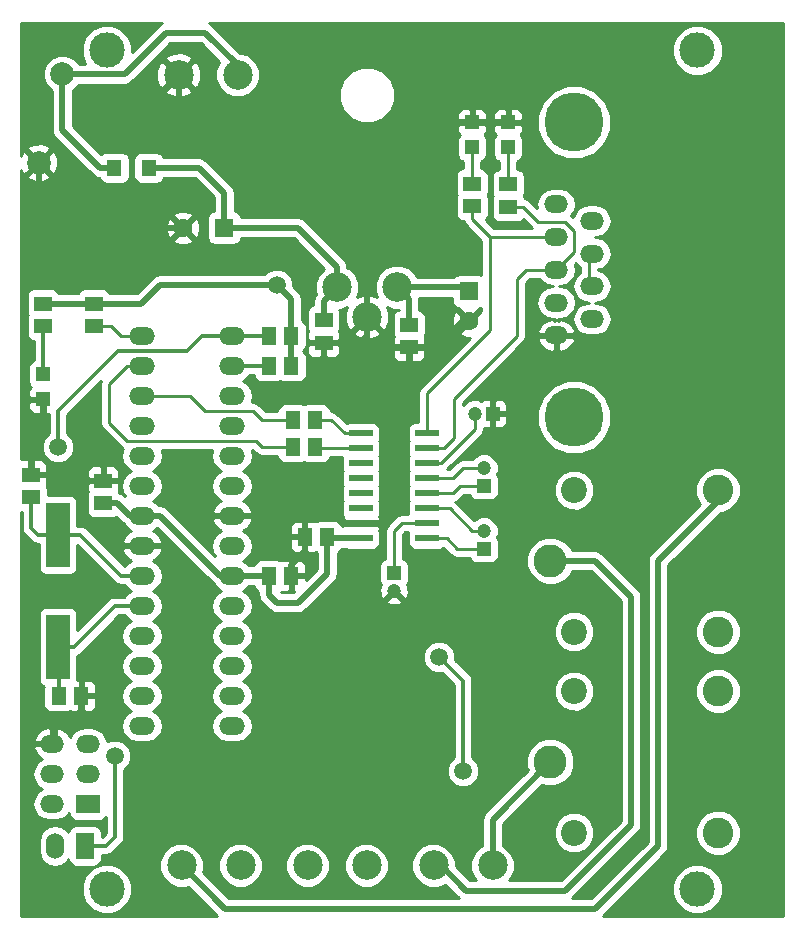
<source format=gtl>
G04 #@! TF.FileFunction,Copper,L1,Top,Signal*
%FSLAX46Y46*%
G04 Gerber Fmt 4.6, Leading zero omitted, Abs format (unit mm)*
G04 Created by KiCad (PCBNEW 4.0.7) date 03/02/18 13:50:20*
%MOMM*%
%LPD*%
G01*
G04 APERTURE LIST*
%ADD10C,0.100000*%
%ADD11R,1.998980X0.599440*%
%ADD12C,2.999740*%
%ADD13R,1.198880X1.198880*%
%ADD14C,2.499360*%
%ADD15R,1.300480X1.399540*%
%ADD16R,1.300480X1.498600*%
%ADD17R,1.498600X1.300480*%
%ADD18R,1.600000X1.600000*%
%ADD19C,1.600000*%
%ADD20C,2.500000*%
%ADD21R,1.998980X1.524000*%
%ADD22O,1.998980X1.524000*%
%ADD23R,1.524000X2.199640*%
%ADD24O,1.524000X2.199640*%
%ADD25C,5.001260*%
%ADD26O,1.998980X1.501140*%
%ADD27C,2.200000*%
%ADD28C,2.600000*%
%ADD29C,2.800000*%
%ADD30C,2.000000*%
%ADD31R,1.998980X5.499100*%
%ADD32R,1.200000X1.200000*%
%ADD33C,1.200000*%
%ADD34O,2.199640X1.501140*%
%ADD35C,1.500000*%
%ADD36C,0.500000*%
%ADD37C,0.300000*%
%ADD38C,0.250000*%
%ADD39C,0.254000*%
G04 APERTURE END LIST*
D10*
D11*
X55118000Y-59309000D03*
X55118000Y-58039000D03*
X55118000Y-56769000D03*
X55118000Y-55499000D03*
X55118000Y-54229000D03*
X55118000Y-52959000D03*
X55118000Y-51689000D03*
X55118000Y-50419000D03*
X49530000Y-50419000D03*
X49530000Y-51689000D03*
X49530000Y-52959000D03*
X49530000Y-54229000D03*
X49530000Y-55499000D03*
X49530000Y-56769000D03*
X49530000Y-58039000D03*
X49530000Y-59309000D03*
D12*
X78000000Y-18000000D03*
X28000000Y-18000000D03*
X28000000Y-89000000D03*
D13*
X22606000Y-45432980D03*
X22606000Y-47531020D03*
X58928000Y-26195020D03*
X58928000Y-24096980D03*
X61976000Y-26195020D03*
X61976000Y-24096980D03*
D14*
X52578000Y-38049200D03*
X47498000Y-38049200D03*
X50038000Y-40589200D03*
D15*
X31549340Y-27940000D03*
X28648660Y-27940000D03*
D16*
X41719500Y-62484000D03*
X43624500Y-62484000D03*
X23939500Y-72644000D03*
X25844500Y-72644000D03*
X46672500Y-59182000D03*
X44767500Y-59182000D03*
D17*
X21590000Y-55816500D03*
X21590000Y-53911500D03*
D18*
X37945000Y-33020000D03*
D19*
X34445000Y-33020000D03*
D17*
X46355000Y-40830500D03*
X46355000Y-42735500D03*
X53594000Y-41211500D03*
X53594000Y-43116500D03*
X27686000Y-56324500D03*
X27686000Y-54419500D03*
D20*
X39076000Y-20066000D03*
X34076000Y-20066000D03*
D21*
X26410920Y-81788000D03*
D22*
X23373080Y-81788000D03*
X26410920Y-79248000D03*
X23373080Y-79248000D03*
X26410920Y-76708000D03*
X23373080Y-76708000D03*
D23*
X26162000Y-85344000D03*
D24*
X23622000Y-85344000D03*
D25*
X67564000Y-24081740D03*
D26*
X66045080Y-36576000D03*
X66045080Y-33804860D03*
X66045080Y-31036260D03*
X66045080Y-39347140D03*
X66045080Y-42115740D03*
X69082920Y-40731440D03*
X69082920Y-37960300D03*
X69082920Y-35191700D03*
X69082920Y-32420560D03*
D25*
X67564000Y-49070260D03*
D20*
X55666000Y-86995000D03*
X60666000Y-86995000D03*
X44998000Y-86995000D03*
X49998000Y-86995000D03*
X34330000Y-86995000D03*
X39330000Y-86995000D03*
D16*
X43624500Y-44704000D03*
X41719500Y-44704000D03*
X43624500Y-42164000D03*
X41719500Y-42164000D03*
X45656500Y-51562000D03*
X43751500Y-51562000D03*
X45656500Y-49276000D03*
X43751500Y-49276000D03*
D27*
X67560000Y-67214000D03*
D28*
X79760000Y-67214000D03*
X79760000Y-55214000D03*
D27*
X67560000Y-55214000D03*
D29*
X65560000Y-61214000D03*
D27*
X67560000Y-84232000D03*
D28*
X79760000Y-84232000D03*
X79760000Y-72232000D03*
D27*
X67560000Y-72232000D03*
D29*
X65560000Y-78232000D03*
D30*
X24241000Y-19999000D03*
X22241000Y-27499000D03*
D31*
X23876000Y-68503800D03*
X23876000Y-59004200D03*
D17*
X26924000Y-41338500D03*
X26924000Y-39433500D03*
D32*
X59944000Y-60186000D03*
D33*
X59944000Y-58686000D03*
D32*
X59944000Y-54852000D03*
D33*
X59944000Y-53352000D03*
D32*
X52324000Y-62242000D03*
D33*
X52324000Y-63742000D03*
D32*
X60694000Y-48768000D03*
D33*
X59194000Y-48768000D03*
D17*
X62000000Y-29347500D03*
X62000000Y-31252500D03*
X58928000Y-29273500D03*
X58928000Y-31178500D03*
X22606000Y-41338500D03*
X22606000Y-39433500D03*
D12*
X78000000Y-89000000D03*
D34*
X30988000Y-42164000D03*
X30988000Y-44704000D03*
X30988000Y-47244000D03*
X30988000Y-49784000D03*
X30988000Y-52324000D03*
X30988000Y-54864000D03*
X30988000Y-57404000D03*
X30988000Y-59944000D03*
X30988000Y-62484000D03*
X30988000Y-65024000D03*
X30988000Y-67564000D03*
X30988000Y-70104000D03*
X30988000Y-72644000D03*
X30988000Y-75184000D03*
X38608000Y-75184000D03*
X38608000Y-72644000D03*
X38608000Y-70104000D03*
X38608000Y-67564000D03*
X38608000Y-65024000D03*
X38608000Y-62484000D03*
X38608000Y-59944000D03*
X38608000Y-57404000D03*
X38608000Y-54864000D03*
X38608000Y-52324000D03*
X38608000Y-49784000D03*
X38608000Y-47244000D03*
X38608000Y-44704000D03*
X38608000Y-42164000D03*
D18*
X58674000Y-38374000D03*
D19*
X58674000Y-40874000D03*
D35*
X42418000Y-37846000D03*
X28702000Y-77724000D03*
X23876000Y-51562000D03*
X56134000Y-69342000D03*
X58166000Y-78994000D03*
D36*
X26924000Y-39433500D02*
X30924500Y-39433500D01*
X32512000Y-37846000D02*
X42418000Y-37846000D01*
X30924500Y-39433500D02*
X32512000Y-37846000D01*
X43624500Y-42164000D02*
X43624500Y-39052500D01*
X43624500Y-39052500D02*
X42418000Y-37846000D01*
X43624500Y-42164000D02*
X43624500Y-44704000D01*
X38608000Y-62484000D02*
X37592000Y-62484000D01*
X37592000Y-62484000D02*
X32512000Y-57404000D01*
X32512000Y-57404000D02*
X30988000Y-57404000D01*
X46672500Y-59182000D02*
X46672500Y-62293500D01*
X41719500Y-64071500D02*
X41719500Y-62484000D01*
X42418000Y-64770000D02*
X41719500Y-64071500D01*
X44196000Y-64770000D02*
X42418000Y-64770000D01*
X46672500Y-62293500D02*
X44196000Y-64770000D01*
X41719500Y-62484000D02*
X38608000Y-62484000D01*
X49530000Y-59309000D02*
X46799500Y-59309000D01*
X46799500Y-59309000D02*
X46672500Y-59182000D01*
X22606000Y-39433500D02*
X26924000Y-39433500D01*
X30988000Y-57404000D02*
X29972000Y-57404000D01*
X29972000Y-57404000D02*
X28892500Y-56324500D01*
X28892500Y-56324500D02*
X27686000Y-56324500D01*
X53594000Y-41211500D02*
X53594000Y-39065200D01*
X53594000Y-39065200D02*
X52578000Y-38049200D01*
X52578000Y-38049200D02*
X58349200Y-38049200D01*
X58349200Y-38049200D02*
X58674000Y-38374000D01*
X30988000Y-59944000D02*
X28194000Y-59944000D01*
X25654000Y-57404000D02*
X25654000Y-54419500D01*
X28194000Y-59944000D02*
X25654000Y-57404000D01*
X49530000Y-58039000D02*
X51181000Y-58039000D01*
X53594000Y-45720000D02*
X53594000Y-43116500D01*
X52070000Y-47244000D02*
X53594000Y-45720000D01*
X52070000Y-57150000D02*
X52070000Y-47244000D01*
X51181000Y-58039000D02*
X52070000Y-57150000D01*
X22606000Y-47531020D02*
X22606000Y-50038000D01*
X21590000Y-51054000D02*
X21590000Y-53911500D01*
X22606000Y-50038000D02*
X21590000Y-51054000D01*
X27686000Y-54419500D02*
X25654000Y-54419500D01*
X25654000Y-54419500D02*
X24955500Y-54419500D01*
X24955500Y-54419500D02*
X24447500Y-53911500D01*
X24447500Y-53911500D02*
X21590000Y-53911500D01*
X23622000Y-76708000D02*
X23622000Y-74930000D01*
X25844500Y-73914000D02*
X25844500Y-72644000D01*
X25336500Y-74422000D02*
X25844500Y-73914000D01*
X24130000Y-74422000D02*
X25336500Y-74422000D01*
X23622000Y-74930000D02*
X24130000Y-74422000D01*
X43624500Y-62484000D02*
X43624500Y-61531500D01*
X44767500Y-60388500D02*
X44767500Y-59182000D01*
X43624500Y-61531500D02*
X44767500Y-60388500D01*
X49530000Y-58039000D02*
X48133000Y-58039000D01*
X44767500Y-57594500D02*
X44767500Y-59182000D01*
X45212000Y-57150000D02*
X44767500Y-57594500D01*
X47244000Y-57150000D02*
X45212000Y-57150000D01*
X48133000Y-58039000D02*
X47244000Y-57150000D01*
X38608000Y-57404000D02*
X40640000Y-57404000D01*
X42418000Y-59182000D02*
X44767500Y-59182000D01*
X40640000Y-57404000D02*
X42418000Y-59182000D01*
X58928000Y-24096980D02*
X56167020Y-24096980D01*
X56167020Y-24096980D02*
X50038000Y-30226000D01*
X50038000Y-40589200D02*
X50038000Y-30226000D01*
X50038000Y-30226000D02*
X50038000Y-29972000D01*
X50038000Y-29972000D02*
X45720000Y-25654000D01*
X45720000Y-25654000D02*
X36576000Y-25654000D01*
X36576000Y-25654000D02*
X34076000Y-23154000D01*
X34076000Y-23154000D02*
X34076000Y-20066000D01*
X61976000Y-24096980D02*
X58928000Y-24096980D01*
X50038000Y-40589200D02*
X50038000Y-42164000D01*
X49466500Y-42735500D02*
X46355000Y-42735500D01*
X50038000Y-42164000D02*
X49466500Y-42735500D01*
X50038000Y-40589200D02*
X50038000Y-42418000D01*
X50038000Y-42418000D02*
X50736500Y-43116500D01*
X50736500Y-43116500D02*
X53594000Y-43116500D01*
X58674000Y-40874000D02*
X58186000Y-40874000D01*
X58186000Y-40874000D02*
X55943500Y-43116500D01*
X55943500Y-43116500D02*
X53594000Y-43116500D01*
X22241000Y-27499000D02*
X22241000Y-29353000D01*
X25908000Y-33020000D02*
X34445000Y-33020000D01*
X22241000Y-29353000D02*
X25908000Y-33020000D01*
D37*
X23939500Y-72644000D02*
X23939500Y-68567300D01*
X23939500Y-68567300D02*
X23876000Y-68503800D01*
X23876000Y-68503800D02*
X25222200Y-68503800D01*
X28702000Y-65024000D02*
X30988000Y-65024000D01*
X25222200Y-68503800D02*
X28702000Y-65024000D01*
X21590000Y-55816500D02*
X21590000Y-58420000D01*
X22174200Y-59004200D02*
X23876000Y-59004200D01*
X21590000Y-58420000D02*
X22174200Y-59004200D01*
X30988000Y-62484000D02*
X29210000Y-62484000D01*
X25730200Y-59004200D02*
X23876000Y-59004200D01*
X29210000Y-62484000D02*
X25730200Y-59004200D01*
D36*
X47498000Y-38049200D02*
X47498000Y-38100000D01*
X47498000Y-38100000D02*
X46355000Y-39243000D01*
X46355000Y-39243000D02*
X46355000Y-40830500D01*
X47498000Y-38049200D02*
X47498000Y-36322000D01*
X44196000Y-33020000D02*
X37945000Y-33020000D01*
X47498000Y-36322000D02*
X44196000Y-33020000D01*
X31549340Y-27940000D02*
X35814000Y-27940000D01*
X37945000Y-30071000D02*
X37945000Y-33020000D01*
X35814000Y-27940000D02*
X37945000Y-30071000D01*
D38*
X55118000Y-59309000D02*
X56769000Y-59309000D01*
X57646000Y-60186000D02*
X59944000Y-60186000D01*
X56769000Y-59309000D02*
X57646000Y-60186000D01*
X59944000Y-58686000D02*
X58940000Y-58686000D01*
X57023000Y-56769000D02*
X55118000Y-56769000D01*
X58940000Y-58686000D02*
X57023000Y-56769000D01*
X59944000Y-54852000D02*
X57924000Y-54852000D01*
X57277000Y-55499000D02*
X55118000Y-55499000D01*
X57924000Y-54852000D02*
X57277000Y-55499000D01*
X59944000Y-53352000D02*
X58154000Y-53352000D01*
X57277000Y-54229000D02*
X55118000Y-54229000D01*
X58154000Y-53352000D02*
X57277000Y-54229000D01*
X55118000Y-58039000D02*
X52959000Y-58039000D01*
X52324000Y-58674000D02*
X52324000Y-62242000D01*
X52959000Y-58039000D02*
X52324000Y-58674000D01*
X59194000Y-48768000D02*
X59194000Y-50026000D01*
X56261000Y-52959000D02*
X55118000Y-52959000D01*
X59194000Y-50026000D02*
X56261000Y-52959000D01*
X30988000Y-42164000D02*
X29210000Y-42164000D01*
X28384500Y-41338500D02*
X26924000Y-41338500D01*
X29210000Y-42164000D02*
X28384500Y-41338500D01*
D37*
X26162000Y-85344000D02*
X27940000Y-85344000D01*
X28702000Y-84582000D02*
X28702000Y-77724000D01*
X27940000Y-85344000D02*
X28702000Y-84582000D01*
X41719500Y-44704000D02*
X38608000Y-44704000D01*
X38608000Y-42164000D02*
X36068000Y-42164000D01*
X23876000Y-48514000D02*
X23876000Y-51562000D01*
X28956000Y-43434000D02*
X23876000Y-48514000D01*
X34798000Y-43434000D02*
X28956000Y-43434000D01*
X36068000Y-42164000D02*
X34798000Y-43434000D01*
X41719500Y-42164000D02*
X38608000Y-42164000D01*
D38*
X55118000Y-51689000D02*
X56515000Y-51689000D01*
X63500000Y-36576000D02*
X66294000Y-36576000D01*
X62738000Y-37338000D02*
X63500000Y-36576000D01*
X62738000Y-42164000D02*
X62738000Y-37338000D01*
X57404000Y-47498000D02*
X62738000Y-42164000D01*
X57404000Y-50800000D02*
X57404000Y-47498000D01*
X56515000Y-51689000D02*
X57404000Y-50800000D01*
X66294000Y-36576000D02*
X66294000Y-36322000D01*
X66294000Y-36322000D02*
X67564000Y-35052000D01*
X67564000Y-35052000D02*
X67564000Y-33274000D01*
X67564000Y-33274000D02*
X66802000Y-32512000D01*
X66802000Y-32512000D02*
X64516000Y-32512000D01*
X64516000Y-32512000D02*
X63256500Y-31252500D01*
X63256500Y-31252500D02*
X62000000Y-31252500D01*
X55118000Y-50419000D02*
X55118000Y-46990000D01*
X60474860Y-41633140D02*
X60474860Y-33804860D01*
X55118000Y-46990000D02*
X60474860Y-41633140D01*
X66294000Y-33804860D02*
X60474860Y-33804860D01*
X58928000Y-32258000D02*
X58928000Y-31178500D01*
X60474860Y-33804860D02*
X58928000Y-32258000D01*
X68834000Y-35191700D02*
X68834000Y-37960300D01*
D36*
X55666000Y-86995000D02*
X56261000Y-86995000D01*
X56261000Y-86995000D02*
X58420000Y-89154000D01*
X58420000Y-89154000D02*
X66802000Y-89154000D01*
X66802000Y-89154000D02*
X72390000Y-83566000D01*
X72390000Y-83566000D02*
X72390000Y-64262000D01*
X72390000Y-64262000D02*
X69342000Y-61214000D01*
X69342000Y-61214000D02*
X65560000Y-61214000D01*
X60666000Y-86995000D02*
X60666000Y-83126000D01*
X60666000Y-83126000D02*
X65560000Y-78232000D01*
X79760000Y-55214000D02*
X79760000Y-56130000D01*
X79760000Y-56130000D02*
X74676000Y-61214000D01*
X74676000Y-61214000D02*
X74676000Y-85344000D01*
X74676000Y-85344000D02*
X69342000Y-90678000D01*
X69342000Y-90678000D02*
X38013000Y-90678000D01*
X38013000Y-90678000D02*
X34330000Y-86995000D01*
D37*
X58166000Y-71374000D02*
X56134000Y-69342000D01*
X58166000Y-78994000D02*
X58166000Y-71374000D01*
D38*
X49530000Y-51689000D02*
X45783500Y-51689000D01*
X45783500Y-51689000D02*
X45656500Y-51562000D01*
X43751500Y-51562000D02*
X41148000Y-51562000D01*
X29718000Y-44704000D02*
X30988000Y-44704000D01*
X28194000Y-46228000D02*
X29718000Y-44704000D01*
X28194000Y-49530000D02*
X28194000Y-46228000D01*
X29718000Y-51054000D02*
X28194000Y-49530000D01*
X40640000Y-51054000D02*
X29718000Y-51054000D01*
X41148000Y-51562000D02*
X40640000Y-51054000D01*
X49530000Y-50419000D02*
X48133000Y-50419000D01*
X46990000Y-49276000D02*
X45656500Y-49276000D01*
X48133000Y-50419000D02*
X46990000Y-49276000D01*
X30988000Y-47244000D02*
X35052000Y-47244000D01*
X41148000Y-49276000D02*
X43751500Y-49276000D01*
X40386000Y-48514000D02*
X41148000Y-49276000D01*
X36322000Y-48514000D02*
X40386000Y-48514000D01*
X35052000Y-47244000D02*
X36322000Y-48514000D01*
D36*
X24241000Y-19999000D02*
X24241000Y-24749000D01*
X27432000Y-27940000D02*
X28648660Y-27940000D01*
X24241000Y-24749000D02*
X27432000Y-27940000D01*
X39076000Y-20066000D02*
X39076000Y-19264000D01*
X39076000Y-19264000D02*
X36322000Y-16510000D01*
X36322000Y-16510000D02*
X33020000Y-16510000D01*
X33020000Y-16510000D02*
X29531000Y-19999000D01*
X29531000Y-19999000D02*
X24241000Y-19999000D01*
D38*
X61976000Y-26195020D02*
X61976000Y-29323500D01*
X61976000Y-29323500D02*
X62000000Y-29347500D01*
X58928000Y-26195020D02*
X58928000Y-29273500D01*
D37*
X22606000Y-41338500D02*
X22606000Y-45432980D01*
D39*
G36*
X32394210Y-15884210D02*
X32394208Y-15884213D01*
X30134746Y-18143675D01*
X30135240Y-17577211D01*
X29810910Y-16792273D01*
X29210886Y-16191200D01*
X28426515Y-15865501D01*
X27577211Y-15864760D01*
X26792273Y-16189090D01*
X26191200Y-16789114D01*
X25865501Y-17573485D01*
X25864760Y-18422789D01*
X26150363Y-19114000D01*
X25644398Y-19114000D01*
X25627894Y-19074057D01*
X25168363Y-18613722D01*
X24567648Y-18364284D01*
X23917205Y-18363716D01*
X23316057Y-18612106D01*
X22855722Y-19071637D01*
X22606284Y-19672352D01*
X22605716Y-20322795D01*
X22854106Y-20923943D01*
X23313637Y-21384278D01*
X23356000Y-21401869D01*
X23356000Y-24748995D01*
X23355999Y-24749000D01*
X23404419Y-24992418D01*
X23423367Y-25087675D01*
X23461095Y-25144139D01*
X23615210Y-25374790D01*
X26806208Y-28565787D01*
X26806210Y-28565790D01*
X27002970Y-28697260D01*
X27093325Y-28757633D01*
X27384038Y-28815460D01*
X27395258Y-28875087D01*
X27534330Y-29091211D01*
X27746530Y-29236201D01*
X27998420Y-29287210D01*
X29298900Y-29287210D01*
X29534217Y-29242932D01*
X29750341Y-29103860D01*
X29895331Y-28891660D01*
X29946340Y-28639770D01*
X29946340Y-27240230D01*
X30251660Y-27240230D01*
X30251660Y-28639770D01*
X30295938Y-28875087D01*
X30435010Y-29091211D01*
X30647210Y-29236201D01*
X30899100Y-29287210D01*
X32199580Y-29287210D01*
X32434897Y-29242932D01*
X32651021Y-29103860D01*
X32796011Y-28891660D01*
X32809510Y-28825000D01*
X35447420Y-28825000D01*
X37060000Y-30437579D01*
X37060000Y-31588554D01*
X36909683Y-31616838D01*
X36693559Y-31755910D01*
X36548569Y-31968110D01*
X36497560Y-32220000D01*
X36497560Y-33820000D01*
X36541838Y-34055317D01*
X36680910Y-34271441D01*
X36893110Y-34416431D01*
X37145000Y-34467440D01*
X38745000Y-34467440D01*
X38980317Y-34423162D01*
X39196441Y-34284090D01*
X39341431Y-34071890D01*
X39375227Y-33905000D01*
X43829420Y-33905000D01*
X46403347Y-36478926D01*
X45901178Y-36980221D01*
X45613648Y-37672669D01*
X45612994Y-38422441D01*
X45707127Y-38650260D01*
X45537367Y-38904325D01*
X45530262Y-38940046D01*
X45469999Y-39243000D01*
X45470000Y-39243005D01*
X45470000Y-39558354D01*
X45370383Y-39577098D01*
X45154259Y-39716170D01*
X45009269Y-39928370D01*
X44958260Y-40180260D01*
X44958260Y-41480740D01*
X45002538Y-41716057D01*
X45044378Y-41781078D01*
X44970700Y-41958951D01*
X44970700Y-42449750D01*
X45129450Y-42608500D01*
X46228000Y-42608500D01*
X46228000Y-42588500D01*
X46482000Y-42588500D01*
X46482000Y-42608500D01*
X47580550Y-42608500D01*
X47739300Y-42449750D01*
X47739300Y-41958951D01*
X47724115Y-41922289D01*
X48884517Y-41922289D01*
X49013725Y-42215059D01*
X49713883Y-42483271D01*
X50463384Y-42463128D01*
X51062275Y-42215059D01*
X51191483Y-41922289D01*
X50038000Y-40768805D01*
X48884517Y-41922289D01*
X47724115Y-41922289D01*
X47666379Y-41782905D01*
X47700731Y-41732630D01*
X47751740Y-41480740D01*
X47751740Y-40180260D01*
X47707462Y-39944943D01*
X47700457Y-39934057D01*
X47871241Y-39934206D01*
X48345792Y-39738126D01*
X48143929Y-40265083D01*
X48164072Y-41014584D01*
X48412141Y-41613475D01*
X48704911Y-41742683D01*
X49858395Y-40589200D01*
X49844252Y-40575058D01*
X50023858Y-40395452D01*
X50038000Y-40409595D01*
X50052142Y-40395452D01*
X50231748Y-40575058D01*
X50217605Y-40589200D01*
X51371089Y-41742683D01*
X51663859Y-41613475D01*
X51932071Y-40913317D01*
X51911928Y-40163816D01*
X51736592Y-39740518D01*
X52201469Y-39933552D01*
X52709000Y-39933995D01*
X52709000Y-39939354D01*
X52609383Y-39958098D01*
X52393259Y-40097170D01*
X52248269Y-40309370D01*
X52197260Y-40561260D01*
X52197260Y-41861740D01*
X52241538Y-42097057D01*
X52283378Y-42162078D01*
X52209700Y-42339951D01*
X52209700Y-42830750D01*
X52368450Y-42989500D01*
X53467000Y-42989500D01*
X53467000Y-42969500D01*
X53721000Y-42969500D01*
X53721000Y-42989500D01*
X54819550Y-42989500D01*
X54978300Y-42830750D01*
X54978300Y-42339951D01*
X54905379Y-42163905D01*
X54939731Y-42113630D01*
X54990740Y-41861740D01*
X54990740Y-40657223D01*
X57227035Y-40657223D01*
X57254222Y-41227454D01*
X57420136Y-41628005D01*
X57666255Y-41702139D01*
X58494395Y-40874000D01*
X57666255Y-40045861D01*
X57420136Y-40119995D01*
X57227035Y-40657223D01*
X54990740Y-40657223D01*
X54990740Y-40561260D01*
X54946462Y-40325943D01*
X54807390Y-40109819D01*
X54595190Y-39964829D01*
X54479000Y-39941300D01*
X54479000Y-39065205D01*
X54479001Y-39065200D01*
X54452943Y-38934200D01*
X57226560Y-38934200D01*
X57226560Y-39174000D01*
X57270838Y-39409317D01*
X57409910Y-39625441D01*
X57622110Y-39770431D01*
X57860201Y-39818646D01*
X57845861Y-39866255D01*
X58674000Y-40694395D01*
X59502139Y-39866255D01*
X59487855Y-39818833D01*
X59709317Y-39777162D01*
X59714860Y-39773595D01*
X59714860Y-40055836D01*
X59681745Y-40045861D01*
X58853605Y-40874000D01*
X58867748Y-40888142D01*
X58688142Y-41067748D01*
X58674000Y-41053605D01*
X57845861Y-41881745D01*
X57919995Y-42127864D01*
X58457223Y-42320965D01*
X58725000Y-42308198D01*
X54580599Y-46452599D01*
X54415852Y-46699161D01*
X54358000Y-46990000D01*
X54358000Y-49471840D01*
X54118510Y-49471840D01*
X53883193Y-49516118D01*
X53667069Y-49655190D01*
X53522079Y-49867390D01*
X53471070Y-50119280D01*
X53471070Y-50718720D01*
X53515348Y-50954037D01*
X53579374Y-51053536D01*
X53522079Y-51137390D01*
X53471070Y-51389280D01*
X53471070Y-51988720D01*
X53515348Y-52224037D01*
X53579374Y-52323536D01*
X53522079Y-52407390D01*
X53471070Y-52659280D01*
X53471070Y-53258720D01*
X53515348Y-53494037D01*
X53579374Y-53593536D01*
X53522079Y-53677390D01*
X53471070Y-53929280D01*
X53471070Y-54528720D01*
X53515348Y-54764037D01*
X53579374Y-54863536D01*
X53522079Y-54947390D01*
X53471070Y-55199280D01*
X53471070Y-55798720D01*
X53515348Y-56034037D01*
X53579374Y-56133536D01*
X53522079Y-56217390D01*
X53471070Y-56469280D01*
X53471070Y-57068720D01*
X53510637Y-57279000D01*
X52959000Y-57279000D01*
X52668161Y-57336852D01*
X52421599Y-57501599D01*
X51786599Y-58136599D01*
X51621852Y-58383161D01*
X51564000Y-58674000D01*
X51564000Y-61024666D01*
X51488683Y-61038838D01*
X51272559Y-61177910D01*
X51127569Y-61390110D01*
X51076560Y-61642000D01*
X51076560Y-62842000D01*
X51120838Y-63077317D01*
X51202766Y-63204636D01*
X51076193Y-63573036D01*
X51106518Y-64063413D01*
X51235836Y-64375617D01*
X51461265Y-64425130D01*
X52144395Y-63742000D01*
X52130253Y-63727858D01*
X52309858Y-63548253D01*
X52324000Y-63562395D01*
X52338143Y-63548253D01*
X52517748Y-63727858D01*
X52503605Y-63742000D01*
X53186735Y-64425130D01*
X53412164Y-64375617D01*
X53571807Y-63910964D01*
X53541482Y-63420587D01*
X53449289Y-63198010D01*
X53520431Y-63093890D01*
X53571440Y-62842000D01*
X53571440Y-61642000D01*
X53527162Y-61406683D01*
X53388090Y-61190559D01*
X53175890Y-61045569D01*
X53084000Y-61026961D01*
X53084000Y-58988802D01*
X53273802Y-58799000D01*
X53513653Y-58799000D01*
X53471070Y-59009280D01*
X53471070Y-59608720D01*
X53515348Y-59844037D01*
X53654420Y-60060161D01*
X53866620Y-60205151D01*
X54118510Y-60256160D01*
X56117490Y-60256160D01*
X56352807Y-60211882D01*
X56501438Y-60116240D01*
X57108599Y-60723401D01*
X57355160Y-60888148D01*
X57646000Y-60946000D01*
X58726666Y-60946000D01*
X58740838Y-61021317D01*
X58879910Y-61237441D01*
X59092110Y-61382431D01*
X59344000Y-61433440D01*
X60544000Y-61433440D01*
X60779317Y-61389162D01*
X60995441Y-61250090D01*
X61140431Y-61037890D01*
X61191440Y-60786000D01*
X61191440Y-59586000D01*
X61147162Y-59350683D01*
X61060901Y-59216630D01*
X61178785Y-58932734D01*
X61179214Y-58441421D01*
X60991592Y-57987343D01*
X60644485Y-57639629D01*
X60190734Y-57451215D01*
X59699421Y-57450786D01*
X59245343Y-57638408D01*
X59106155Y-57777353D01*
X57560401Y-56231599D01*
X57526989Y-56209274D01*
X57567839Y-56201148D01*
X57814401Y-56036401D01*
X58238802Y-55612000D01*
X58726666Y-55612000D01*
X58740838Y-55687317D01*
X58879910Y-55903441D01*
X59092110Y-56048431D01*
X59344000Y-56099440D01*
X60544000Y-56099440D01*
X60779317Y-56055162D01*
X60995441Y-55916090D01*
X61140431Y-55703890D01*
X61170055Y-55557599D01*
X65824699Y-55557599D01*
X66088281Y-56195515D01*
X66575918Y-56684004D01*
X67213373Y-56948699D01*
X67903599Y-56949301D01*
X68541515Y-56685719D01*
X69030004Y-56198082D01*
X69294699Y-55560627D01*
X69295301Y-54870401D01*
X69031719Y-54232485D01*
X68544082Y-53743996D01*
X67906627Y-53479301D01*
X67216401Y-53478699D01*
X66578485Y-53742281D01*
X66089996Y-54229918D01*
X65825301Y-54867373D01*
X65824699Y-55557599D01*
X61170055Y-55557599D01*
X61191440Y-55452000D01*
X61191440Y-54252000D01*
X61147162Y-54016683D01*
X61060901Y-53882630D01*
X61178785Y-53598734D01*
X61179214Y-53107421D01*
X60991592Y-52653343D01*
X60644485Y-52305629D01*
X60190734Y-52117215D01*
X59699421Y-52116786D01*
X59245343Y-52304408D01*
X58957248Y-52592000D01*
X58154000Y-52592000D01*
X57863160Y-52649852D01*
X57616599Y-52814599D01*
X56962198Y-53469000D01*
X56825802Y-53469000D01*
X59731401Y-50563401D01*
X59896148Y-50316840D01*
X59954000Y-50026000D01*
X59954000Y-49997329D01*
X59967690Y-50003000D01*
X60408250Y-50003000D01*
X60567000Y-49844250D01*
X60567000Y-48895000D01*
X60821000Y-48895000D01*
X60821000Y-49844250D01*
X60979750Y-50003000D01*
X61420310Y-50003000D01*
X61653699Y-49906327D01*
X61832327Y-49727698D01*
X61847428Y-49691239D01*
X64427827Y-49691239D01*
X64904192Y-50844131D01*
X65785489Y-51726968D01*
X66937548Y-52205345D01*
X68184979Y-52206433D01*
X69337871Y-51730068D01*
X70220708Y-50848771D01*
X70699085Y-49696712D01*
X70700173Y-48449281D01*
X70223808Y-47296389D01*
X69342511Y-46413552D01*
X68190452Y-45935175D01*
X66943021Y-45934087D01*
X65790129Y-46410452D01*
X64907292Y-47291749D01*
X64428915Y-48443808D01*
X64427827Y-49691239D01*
X61847428Y-49691239D01*
X61929000Y-49494309D01*
X61929000Y-49053750D01*
X61770250Y-48895000D01*
X60821000Y-48895000D01*
X60567000Y-48895000D01*
X60547000Y-48895000D01*
X60547000Y-48641000D01*
X60567000Y-48641000D01*
X60567000Y-47691750D01*
X60821000Y-47691750D01*
X60821000Y-48641000D01*
X61770250Y-48641000D01*
X61929000Y-48482250D01*
X61929000Y-48041691D01*
X61832327Y-47808302D01*
X61653699Y-47629673D01*
X61420310Y-47533000D01*
X60979750Y-47533000D01*
X60821000Y-47691750D01*
X60567000Y-47691750D01*
X60408250Y-47533000D01*
X59967690Y-47533000D01*
X59734301Y-47629673D01*
X59716324Y-47647650D01*
X59440734Y-47533215D01*
X58949421Y-47532786D01*
X58495343Y-47720408D01*
X58164000Y-48051173D01*
X58164000Y-47812802D01*
X63275401Y-42701401D01*
X63438694Y-42457015D01*
X64453277Y-42457015D01*
X64471923Y-42559045D01*
X64742370Y-43032064D01*
X65173247Y-43365581D01*
X65698957Y-43508821D01*
X65918080Y-43348126D01*
X65918080Y-42242740D01*
X66172080Y-42242740D01*
X66172080Y-43348126D01*
X66391203Y-43508821D01*
X66916913Y-43365581D01*
X67347790Y-43032064D01*
X67618237Y-42559045D01*
X67636883Y-42457015D01*
X67514229Y-42242740D01*
X66172080Y-42242740D01*
X65918080Y-42242740D01*
X64575931Y-42242740D01*
X64453277Y-42457015D01*
X63438694Y-42457015D01*
X63440148Y-42454839D01*
X63498000Y-42164000D01*
X63498000Y-37652802D01*
X63814802Y-37336000D01*
X64637562Y-37336000D01*
X64784392Y-37555746D01*
X65233903Y-37856100D01*
X65764138Y-37961570D01*
X65233903Y-38067040D01*
X64784392Y-38367394D01*
X64484038Y-38816905D01*
X64378568Y-39347140D01*
X64484038Y-39877375D01*
X64784392Y-40326886D01*
X65233903Y-40627240D01*
X65764138Y-40732710D01*
X65918078Y-40732710D01*
X65918078Y-40883353D01*
X65698957Y-40722659D01*
X65173247Y-40865899D01*
X64742370Y-41199416D01*
X64471923Y-41672435D01*
X64453277Y-41774465D01*
X64575931Y-41988740D01*
X65918080Y-41988740D01*
X65918080Y-41968740D01*
X66172080Y-41968740D01*
X66172080Y-41988740D01*
X67514229Y-41988740D01*
X67636883Y-41774465D01*
X67618237Y-41672435D01*
X67347790Y-41199416D01*
X66916913Y-40865899D01*
X66391203Y-40722659D01*
X66172082Y-40883353D01*
X66172082Y-40732710D01*
X66326022Y-40732710D01*
X66856257Y-40627240D01*
X67305768Y-40326886D01*
X67606122Y-39877375D01*
X67711592Y-39347140D01*
X67606122Y-38816905D01*
X67305768Y-38367394D01*
X66856257Y-38067040D01*
X66326022Y-37961570D01*
X66856257Y-37856100D01*
X67305768Y-37555746D01*
X67606122Y-37106235D01*
X67711592Y-36576000D01*
X67612578Y-36078224D01*
X67700917Y-35989885D01*
X67822232Y-36171446D01*
X68074000Y-36339672D01*
X68074000Y-36812328D01*
X67822232Y-36980554D01*
X67521878Y-37430065D01*
X67416408Y-37960300D01*
X67521878Y-38490535D01*
X67822232Y-38940046D01*
X68271743Y-39240400D01*
X68801978Y-39345870D01*
X68271743Y-39451340D01*
X67822232Y-39751694D01*
X67521878Y-40201205D01*
X67416408Y-40731440D01*
X67521878Y-41261675D01*
X67822232Y-41711186D01*
X68271743Y-42011540D01*
X68801978Y-42117010D01*
X69363862Y-42117010D01*
X69894097Y-42011540D01*
X70343608Y-41711186D01*
X70643962Y-41261675D01*
X70749432Y-40731440D01*
X70643962Y-40201205D01*
X70343608Y-39751694D01*
X69894097Y-39451340D01*
X69363862Y-39345870D01*
X69894097Y-39240400D01*
X70343608Y-38940046D01*
X70643962Y-38490535D01*
X70749432Y-37960300D01*
X70643962Y-37430065D01*
X70343608Y-36980554D01*
X69894097Y-36680200D01*
X69594000Y-36620507D01*
X69594000Y-36531493D01*
X69894097Y-36471800D01*
X70343608Y-36171446D01*
X70643962Y-35721935D01*
X70749432Y-35191700D01*
X70643962Y-34661465D01*
X70343608Y-34211954D01*
X69894097Y-33911600D01*
X69363862Y-33806130D01*
X69894097Y-33700660D01*
X70343608Y-33400306D01*
X70643962Y-32950795D01*
X70749432Y-32420560D01*
X70643962Y-31890325D01*
X70343608Y-31440814D01*
X69894097Y-31140460D01*
X69363862Y-31034990D01*
X68801978Y-31034990D01*
X68271743Y-31140460D01*
X67822232Y-31440814D01*
X67521878Y-31890325D01*
X67477621Y-32112819D01*
X67339401Y-31974599D01*
X67335277Y-31971843D01*
X67606122Y-31566495D01*
X67711592Y-31036260D01*
X67606122Y-30506025D01*
X67305768Y-30056514D01*
X66856257Y-29756160D01*
X66326022Y-29650690D01*
X65764138Y-29650690D01*
X65233903Y-29756160D01*
X64784392Y-30056514D01*
X64484038Y-30506025D01*
X64378568Y-31036260D01*
X64443997Y-31365195D01*
X63793901Y-30715099D01*
X63547339Y-30550352D01*
X63380737Y-30517213D01*
X63352462Y-30366943D01*
X63310321Y-30301454D01*
X63345731Y-30249630D01*
X63396740Y-29997740D01*
X63396740Y-28697260D01*
X63352462Y-28461943D01*
X63213390Y-28245819D01*
X63001190Y-28100829D01*
X62749300Y-28049820D01*
X62736000Y-28049820D01*
X62736000Y-27411689D01*
X62810757Y-27397622D01*
X63026881Y-27258550D01*
X63171871Y-27046350D01*
X63222880Y-26794460D01*
X63222880Y-25595580D01*
X63178602Y-25360263D01*
X63039530Y-25144139D01*
X63031341Y-25138544D01*
X63113767Y-25056118D01*
X63210440Y-24822729D01*
X63210440Y-24702719D01*
X64427827Y-24702719D01*
X64904192Y-25855611D01*
X65785489Y-26738448D01*
X66937548Y-27216825D01*
X68184979Y-27217913D01*
X69337871Y-26741548D01*
X70220708Y-25860251D01*
X70699085Y-24708192D01*
X70700173Y-23460761D01*
X70223808Y-22307869D01*
X69342511Y-21425032D01*
X68190452Y-20946655D01*
X66943021Y-20945567D01*
X65790129Y-21421932D01*
X64907292Y-22303229D01*
X64428915Y-23455288D01*
X64427827Y-24702719D01*
X63210440Y-24702719D01*
X63210440Y-24382730D01*
X63051690Y-24223980D01*
X62103000Y-24223980D01*
X62103000Y-24243980D01*
X61849000Y-24243980D01*
X61849000Y-24223980D01*
X60900310Y-24223980D01*
X60741560Y-24382730D01*
X60741560Y-24822729D01*
X60838233Y-25056118D01*
X60920445Y-25138331D01*
X60780129Y-25343690D01*
X60729120Y-25595580D01*
X60729120Y-26794460D01*
X60773398Y-27029777D01*
X60912470Y-27245901D01*
X61124670Y-27390891D01*
X61216000Y-27409386D01*
X61216000Y-28056349D01*
X61015383Y-28094098D01*
X60799259Y-28233170D01*
X60654269Y-28445370D01*
X60603260Y-28697260D01*
X60603260Y-29997740D01*
X60647538Y-30233057D01*
X60689679Y-30298546D01*
X60654269Y-30350370D01*
X60603260Y-30602260D01*
X60603260Y-31902740D01*
X60647538Y-32138057D01*
X60786610Y-32354181D01*
X60998810Y-32499171D01*
X61250700Y-32550180D01*
X62749300Y-32550180D01*
X62984617Y-32505902D01*
X63200741Y-32366830D01*
X63239420Y-32310222D01*
X63974058Y-33044860D01*
X60789662Y-33044860D01*
X60073304Y-32328502D01*
X60128741Y-32292830D01*
X60273731Y-32080630D01*
X60324740Y-31828740D01*
X60324740Y-30528260D01*
X60280462Y-30292943D01*
X60238321Y-30227454D01*
X60273731Y-30175630D01*
X60324740Y-29923740D01*
X60324740Y-28623260D01*
X60280462Y-28387943D01*
X60141390Y-28171819D01*
X59929190Y-28026829D01*
X59688000Y-27977987D01*
X59688000Y-27411689D01*
X59762757Y-27397622D01*
X59978881Y-27258550D01*
X60123871Y-27046350D01*
X60174880Y-26794460D01*
X60174880Y-25595580D01*
X60130602Y-25360263D01*
X59991530Y-25144139D01*
X59983341Y-25138544D01*
X60065767Y-25056118D01*
X60162440Y-24822729D01*
X60162440Y-24382730D01*
X60003690Y-24223980D01*
X59055000Y-24223980D01*
X59055000Y-24243980D01*
X58801000Y-24243980D01*
X58801000Y-24223980D01*
X57852310Y-24223980D01*
X57693560Y-24382730D01*
X57693560Y-24822729D01*
X57790233Y-25056118D01*
X57872445Y-25138331D01*
X57732129Y-25343690D01*
X57681120Y-25595580D01*
X57681120Y-26794460D01*
X57725398Y-27029777D01*
X57864470Y-27245901D01*
X58076670Y-27390891D01*
X58168000Y-27409386D01*
X58168000Y-27977833D01*
X57943383Y-28020098D01*
X57727259Y-28159170D01*
X57582269Y-28371370D01*
X57531260Y-28623260D01*
X57531260Y-29923740D01*
X57575538Y-30159057D01*
X57617679Y-30224546D01*
X57582269Y-30276370D01*
X57531260Y-30528260D01*
X57531260Y-31828740D01*
X57575538Y-32064057D01*
X57714610Y-32280181D01*
X57926810Y-32425171D01*
X58178700Y-32476180D01*
X58211399Y-32476180D01*
X58225852Y-32548839D01*
X58390599Y-32795401D01*
X59714860Y-34119662D01*
X59714860Y-36975335D01*
X59474000Y-36926560D01*
X57874000Y-36926560D01*
X57638683Y-36970838D01*
X57422559Y-37109910D01*
X57385464Y-37164200D01*
X54251552Y-37164200D01*
X54176686Y-36983009D01*
X53646979Y-36452378D01*
X52954531Y-36164848D01*
X52204759Y-36164194D01*
X51511809Y-36450514D01*
X50981178Y-36980221D01*
X50693648Y-37672669D01*
X50692994Y-38422441D01*
X50889074Y-38896992D01*
X50362117Y-38695129D01*
X49612616Y-38715272D01*
X49189318Y-38890608D01*
X49382352Y-38425731D01*
X49383006Y-37675959D01*
X49096686Y-36983009D01*
X48566979Y-36452378D01*
X48383000Y-36375983D01*
X48383000Y-36322005D01*
X48383001Y-36322000D01*
X48315633Y-35983325D01*
X48242486Y-35873852D01*
X48123790Y-35696210D01*
X48123787Y-35696208D01*
X44821790Y-32394210D01*
X44761882Y-32354181D01*
X44534675Y-32202367D01*
X44478484Y-32191190D01*
X44196000Y-32134999D01*
X44195995Y-32135000D01*
X39376446Y-32135000D01*
X39348162Y-31984683D01*
X39209090Y-31768559D01*
X38996890Y-31623569D01*
X38830000Y-31589773D01*
X38830000Y-30071005D01*
X38830001Y-30071000D01*
X38762633Y-29732325D01*
X38570790Y-29445210D01*
X38570787Y-29445208D01*
X36439790Y-27314210D01*
X36356488Y-27258550D01*
X36152675Y-27122367D01*
X36096484Y-27111190D01*
X35814000Y-27054999D01*
X35813995Y-27055000D01*
X32812167Y-27055000D01*
X32802742Y-27004913D01*
X32663670Y-26788789D01*
X32451470Y-26643799D01*
X32199580Y-26592790D01*
X30899100Y-26592790D01*
X30663783Y-26637068D01*
X30447659Y-26776140D01*
X30302669Y-26988340D01*
X30251660Y-27240230D01*
X29946340Y-27240230D01*
X29902062Y-27004913D01*
X29762990Y-26788789D01*
X29550790Y-26643799D01*
X29298900Y-26592790D01*
X27998420Y-26592790D01*
X27763103Y-26637068D01*
X27546979Y-26776140D01*
X27535914Y-26792335D01*
X25126000Y-24382420D01*
X25126000Y-22265285D01*
X47653797Y-22265285D01*
X48015943Y-23141744D01*
X48685929Y-23812900D01*
X49561755Y-24176575D01*
X50510085Y-24177403D01*
X51386544Y-23815257D01*
X51831345Y-23371231D01*
X57693560Y-23371231D01*
X57693560Y-23811230D01*
X57852310Y-23969980D01*
X58801000Y-23969980D01*
X58801000Y-23021290D01*
X59055000Y-23021290D01*
X59055000Y-23969980D01*
X60003690Y-23969980D01*
X60162440Y-23811230D01*
X60162440Y-23371231D01*
X60741560Y-23371231D01*
X60741560Y-23811230D01*
X60900310Y-23969980D01*
X61849000Y-23969980D01*
X61849000Y-23021290D01*
X62103000Y-23021290D01*
X62103000Y-23969980D01*
X63051690Y-23969980D01*
X63210440Y-23811230D01*
X63210440Y-23371231D01*
X63113767Y-23137842D01*
X62935139Y-22959213D01*
X62701750Y-22862540D01*
X62261750Y-22862540D01*
X62103000Y-23021290D01*
X61849000Y-23021290D01*
X61690250Y-22862540D01*
X61250250Y-22862540D01*
X61016861Y-22959213D01*
X60838233Y-23137842D01*
X60741560Y-23371231D01*
X60162440Y-23371231D01*
X60065767Y-23137842D01*
X59887139Y-22959213D01*
X59653750Y-22862540D01*
X59213750Y-22862540D01*
X59055000Y-23021290D01*
X58801000Y-23021290D01*
X58642250Y-22862540D01*
X58202250Y-22862540D01*
X57968861Y-22959213D01*
X57790233Y-23137842D01*
X57693560Y-23371231D01*
X51831345Y-23371231D01*
X52057700Y-23145271D01*
X52421375Y-22269445D01*
X52422203Y-21321115D01*
X52060057Y-20444656D01*
X51390071Y-19773500D01*
X50514245Y-19409825D01*
X49565915Y-19408997D01*
X48689456Y-19771143D01*
X48018300Y-20441129D01*
X47654625Y-21316955D01*
X47653797Y-22265285D01*
X25126000Y-22265285D01*
X25126000Y-21402398D01*
X25133449Y-21399320D01*
X32922285Y-21399320D01*
X33051533Y-21692123D01*
X33751806Y-21960388D01*
X34501435Y-21940250D01*
X35100467Y-21692123D01*
X35229715Y-21399320D01*
X34076000Y-20245605D01*
X32922285Y-21399320D01*
X25133449Y-21399320D01*
X25165943Y-21385894D01*
X25626278Y-20926363D01*
X25643869Y-20884000D01*
X29530995Y-20884000D01*
X29531000Y-20884001D01*
X29813484Y-20827810D01*
X29869675Y-20816633D01*
X30156790Y-20624790D01*
X31039773Y-19741806D01*
X32181612Y-19741806D01*
X32201750Y-20491435D01*
X32449877Y-21090467D01*
X32742680Y-21219715D01*
X33896395Y-20066000D01*
X34255605Y-20066000D01*
X35409320Y-21219715D01*
X35702123Y-21090467D01*
X35970388Y-20390194D01*
X35950250Y-19640565D01*
X35702123Y-19041533D01*
X35409320Y-18912285D01*
X34255605Y-20066000D01*
X33896395Y-20066000D01*
X32742680Y-18912285D01*
X32449877Y-19041533D01*
X32181612Y-19741806D01*
X31039773Y-19741806D01*
X32048899Y-18732680D01*
X32922285Y-18732680D01*
X34076000Y-19886395D01*
X35229715Y-18732680D01*
X35100467Y-18439877D01*
X34400194Y-18171612D01*
X33650565Y-18191750D01*
X33051533Y-18439877D01*
X32922285Y-18732680D01*
X32048899Y-18732680D01*
X33386579Y-17395000D01*
X35955420Y-17395000D01*
X37518118Y-18957697D01*
X37478907Y-18996839D01*
X37191328Y-19689405D01*
X37190674Y-20439305D01*
X37477043Y-21132372D01*
X38006839Y-21663093D01*
X38699405Y-21950672D01*
X39449305Y-21951326D01*
X40142372Y-21664957D01*
X40673093Y-21135161D01*
X40960672Y-20442595D01*
X40961326Y-19692695D01*
X40674957Y-18999628D01*
X40145161Y-18468907D01*
X40034097Y-18422789D01*
X75864760Y-18422789D01*
X76189090Y-19207727D01*
X76789114Y-19808800D01*
X77573485Y-20134499D01*
X78422789Y-20135240D01*
X79207727Y-19810910D01*
X79808800Y-19210886D01*
X80134499Y-18426515D01*
X80135240Y-17577211D01*
X79810910Y-16792273D01*
X79210886Y-16191200D01*
X78426515Y-15865501D01*
X77577211Y-15864760D01*
X76792273Y-16189090D01*
X76191200Y-16789114D01*
X75865501Y-17573485D01*
X75864760Y-18422789D01*
X40034097Y-18422789D01*
X39452595Y-18181328D01*
X39244726Y-18181147D01*
X36947790Y-15884210D01*
X36918681Y-15864760D01*
X36687065Y-15710000D01*
X85290000Y-15710000D01*
X85290000Y-91290000D01*
X69981580Y-91290000D01*
X71848790Y-89422789D01*
X75864760Y-89422789D01*
X76189090Y-90207727D01*
X76789114Y-90808800D01*
X77573485Y-91134499D01*
X78422789Y-91135240D01*
X79207727Y-90810910D01*
X79808800Y-90210886D01*
X80134499Y-89426515D01*
X80135240Y-88577211D01*
X79810910Y-87792273D01*
X79210886Y-87191200D01*
X78426515Y-86865501D01*
X77577211Y-86864760D01*
X76792273Y-87189090D01*
X76191200Y-87789114D01*
X75865501Y-88573485D01*
X75864760Y-89422789D01*
X71848790Y-89422789D01*
X75301787Y-85969792D01*
X75301790Y-85969790D01*
X75493633Y-85682675D01*
X75501245Y-85644406D01*
X75561001Y-85344000D01*
X75561000Y-85343995D01*
X75561000Y-84615207D01*
X77824665Y-84615207D01*
X78118630Y-85326658D01*
X78662479Y-85871457D01*
X79373416Y-86166663D01*
X80143207Y-86167335D01*
X80854658Y-85873370D01*
X81399457Y-85329521D01*
X81694663Y-84618584D01*
X81695335Y-83848793D01*
X81401370Y-83137342D01*
X80857521Y-82592543D01*
X80146584Y-82297337D01*
X79376793Y-82296665D01*
X78665342Y-82590630D01*
X78120543Y-83134479D01*
X77825337Y-83845416D01*
X77824665Y-84615207D01*
X75561000Y-84615207D01*
X75561000Y-72615207D01*
X77824665Y-72615207D01*
X78118630Y-73326658D01*
X78662479Y-73871457D01*
X79373416Y-74166663D01*
X80143207Y-74167335D01*
X80854658Y-73873370D01*
X81399457Y-73329521D01*
X81694663Y-72618584D01*
X81695335Y-71848793D01*
X81401370Y-71137342D01*
X80857521Y-70592543D01*
X80146584Y-70297337D01*
X79376793Y-70296665D01*
X78665342Y-70590630D01*
X78120543Y-71134479D01*
X77825337Y-71845416D01*
X77824665Y-72615207D01*
X75561000Y-72615207D01*
X75561000Y-67597207D01*
X77824665Y-67597207D01*
X78118630Y-68308658D01*
X78662479Y-68853457D01*
X79373416Y-69148663D01*
X80143207Y-69149335D01*
X80854658Y-68855370D01*
X81399457Y-68311521D01*
X81694663Y-67600584D01*
X81695335Y-66830793D01*
X81401370Y-66119342D01*
X80857521Y-65574543D01*
X80146584Y-65279337D01*
X79376793Y-65278665D01*
X78665342Y-65572630D01*
X78120543Y-66116479D01*
X77825337Y-66827416D01*
X77824665Y-67597207D01*
X75561000Y-67597207D01*
X75561000Y-61580580D01*
X79992376Y-57149203D01*
X80143207Y-57149335D01*
X80854658Y-56855370D01*
X81399457Y-56311521D01*
X81694663Y-55600584D01*
X81695335Y-54830793D01*
X81401370Y-54119342D01*
X80857521Y-53574543D01*
X80146584Y-53279337D01*
X79376793Y-53278665D01*
X78665342Y-53572630D01*
X78120543Y-54116479D01*
X77825337Y-54827416D01*
X77824665Y-55597207D01*
X78118630Y-56308658D01*
X78224104Y-56414317D01*
X74050210Y-60588210D01*
X73858367Y-60875325D01*
X73858367Y-60875326D01*
X73790999Y-61214000D01*
X73791000Y-61214005D01*
X73791000Y-84977421D01*
X68975420Y-89793000D01*
X67408020Y-89793000D01*
X67427790Y-89779790D01*
X67427791Y-89779789D01*
X73015787Y-84191792D01*
X73015790Y-84191790D01*
X73207633Y-83904675D01*
X73275000Y-83566000D01*
X73275000Y-64262005D01*
X73275001Y-64262000D01*
X73207633Y-63923326D01*
X73207633Y-63923325D01*
X73015790Y-63636210D01*
X73015787Y-63636208D01*
X69967790Y-60588210D01*
X69877276Y-60527731D01*
X69680675Y-60396367D01*
X69612173Y-60382741D01*
X69342000Y-60328999D01*
X69341995Y-60329000D01*
X67396198Y-60329000D01*
X67286195Y-60062771D01*
X66714240Y-59489817D01*
X65966562Y-59179354D01*
X65156989Y-59178648D01*
X64408771Y-59487805D01*
X63835817Y-60059760D01*
X63525354Y-60807438D01*
X63524648Y-61617011D01*
X63833805Y-62365229D01*
X64405760Y-62938183D01*
X65153438Y-63248646D01*
X65963011Y-63249352D01*
X66711229Y-62940195D01*
X67284183Y-62368240D01*
X67395981Y-62099000D01*
X68975420Y-62099000D01*
X71505000Y-64628579D01*
X71505000Y-83199421D01*
X66435420Y-88269000D01*
X62057896Y-88269000D01*
X62263093Y-88064161D01*
X62550672Y-87371595D01*
X62551326Y-86621695D01*
X62264957Y-85928628D01*
X61735161Y-85397907D01*
X61551000Y-85321437D01*
X61551000Y-84575599D01*
X65824699Y-84575599D01*
X66088281Y-85213515D01*
X66575918Y-85702004D01*
X67213373Y-85966699D01*
X67903599Y-85967301D01*
X68541515Y-85703719D01*
X69030004Y-85216082D01*
X69294699Y-84578627D01*
X69295301Y-83888401D01*
X69031719Y-83250485D01*
X68544082Y-82761996D01*
X67906627Y-82497301D01*
X67216401Y-82496699D01*
X66578485Y-82760281D01*
X66089996Y-83247918D01*
X65825301Y-83885373D01*
X65824699Y-84575599D01*
X61551000Y-84575599D01*
X61551000Y-83492580D01*
X64887401Y-80156178D01*
X65153438Y-80266646D01*
X65963011Y-80267352D01*
X66711229Y-79958195D01*
X67284183Y-79386240D01*
X67594646Y-78638562D01*
X67595352Y-77828989D01*
X67286195Y-77080771D01*
X66714240Y-76507817D01*
X65966562Y-76197354D01*
X65156989Y-76196648D01*
X64408771Y-76505805D01*
X63835817Y-77077760D01*
X63525354Y-77825438D01*
X63524648Y-78635011D01*
X63635976Y-78904445D01*
X60040210Y-82500210D01*
X59848367Y-82787325D01*
X59848367Y-82787326D01*
X59780999Y-83126000D01*
X59781000Y-83126005D01*
X59781000Y-85321102D01*
X59599628Y-85396043D01*
X59068907Y-85925839D01*
X58781328Y-86618405D01*
X58780674Y-87368305D01*
X59067043Y-88061372D01*
X59274309Y-88269000D01*
X58786579Y-88269000D01*
X57550967Y-87033387D01*
X57551326Y-86621695D01*
X57264957Y-85928628D01*
X56735161Y-85397907D01*
X56042595Y-85110328D01*
X55292695Y-85109674D01*
X54599628Y-85396043D01*
X54068907Y-85925839D01*
X53781328Y-86618405D01*
X53780674Y-87368305D01*
X54067043Y-88061372D01*
X54596839Y-88592093D01*
X55289405Y-88879672D01*
X56039305Y-88880326D01*
X56644631Y-88630211D01*
X57794208Y-89779787D01*
X57794210Y-89779790D01*
X57813980Y-89793000D01*
X38379579Y-89793000D01*
X36139415Y-87552835D01*
X36214672Y-87371595D01*
X36214674Y-87368305D01*
X37444674Y-87368305D01*
X37731043Y-88061372D01*
X38260839Y-88592093D01*
X38953405Y-88879672D01*
X39703305Y-88880326D01*
X40396372Y-88593957D01*
X40927093Y-88064161D01*
X41214672Y-87371595D01*
X41214674Y-87368305D01*
X43112674Y-87368305D01*
X43399043Y-88061372D01*
X43928839Y-88592093D01*
X44621405Y-88879672D01*
X45371305Y-88880326D01*
X46064372Y-88593957D01*
X46595093Y-88064161D01*
X46882672Y-87371595D01*
X46882674Y-87368305D01*
X48112674Y-87368305D01*
X48399043Y-88061372D01*
X48928839Y-88592093D01*
X49621405Y-88879672D01*
X50371305Y-88880326D01*
X51064372Y-88593957D01*
X51595093Y-88064161D01*
X51882672Y-87371595D01*
X51883326Y-86621695D01*
X51596957Y-85928628D01*
X51067161Y-85397907D01*
X50374595Y-85110328D01*
X49624695Y-85109674D01*
X48931628Y-85396043D01*
X48400907Y-85925839D01*
X48113328Y-86618405D01*
X48112674Y-87368305D01*
X46882674Y-87368305D01*
X46883326Y-86621695D01*
X46596957Y-85928628D01*
X46067161Y-85397907D01*
X45374595Y-85110328D01*
X44624695Y-85109674D01*
X43931628Y-85396043D01*
X43400907Y-85925839D01*
X43113328Y-86618405D01*
X43112674Y-87368305D01*
X41214674Y-87368305D01*
X41215326Y-86621695D01*
X40928957Y-85928628D01*
X40399161Y-85397907D01*
X39706595Y-85110328D01*
X38956695Y-85109674D01*
X38263628Y-85396043D01*
X37732907Y-85925839D01*
X37445328Y-86618405D01*
X37444674Y-87368305D01*
X36214674Y-87368305D01*
X36215326Y-86621695D01*
X35928957Y-85928628D01*
X35399161Y-85397907D01*
X34706595Y-85110328D01*
X33956695Y-85109674D01*
X33263628Y-85396043D01*
X32732907Y-85925839D01*
X32445328Y-86618405D01*
X32444674Y-87368305D01*
X32731043Y-88061372D01*
X33260839Y-88592093D01*
X33953405Y-88879672D01*
X34703305Y-88880326D01*
X34887598Y-88804178D01*
X37373421Y-91290000D01*
X20710000Y-91290000D01*
X20710000Y-79248000D01*
X21706568Y-79248000D01*
X21812908Y-79782609D01*
X22115740Y-80235828D01*
X22538039Y-80518000D01*
X22115740Y-80800172D01*
X21812908Y-81253391D01*
X21706568Y-81788000D01*
X21812908Y-82322609D01*
X22115740Y-82775828D01*
X22568959Y-83078660D01*
X23103568Y-83185000D01*
X23642592Y-83185000D01*
X24177201Y-83078660D01*
X24630420Y-82775828D01*
X24767797Y-82570230D01*
X24808268Y-82785317D01*
X24947340Y-83001441D01*
X25159540Y-83146431D01*
X25411430Y-83197440D01*
X27410410Y-83197440D01*
X27645727Y-83153162D01*
X27861851Y-83014090D01*
X27917000Y-82933377D01*
X27917000Y-84256842D01*
X27614842Y-84559000D01*
X27571440Y-84559000D01*
X27571440Y-84244180D01*
X27527162Y-84008863D01*
X27388090Y-83792739D01*
X27175890Y-83647749D01*
X26924000Y-83596740D01*
X25400000Y-83596740D01*
X25164683Y-83641018D01*
X24948559Y-83780090D01*
X24803569Y-83992290D01*
X24759740Y-84208724D01*
X24609828Y-83984365D01*
X24156609Y-83681533D01*
X23622000Y-83575193D01*
X23087391Y-83681533D01*
X22634172Y-83984365D01*
X22331340Y-84437584D01*
X22225000Y-84972193D01*
X22225000Y-85715807D01*
X22331340Y-86250416D01*
X22634172Y-86703635D01*
X23087391Y-87006467D01*
X23622000Y-87112807D01*
X24156609Y-87006467D01*
X24609828Y-86703635D01*
X24759343Y-86479870D01*
X24796838Y-86679137D01*
X24935910Y-86895261D01*
X25148110Y-87040251D01*
X25400000Y-87091260D01*
X26924000Y-87091260D01*
X27116871Y-87054969D01*
X26792273Y-87189090D01*
X26191200Y-87789114D01*
X25865501Y-88573485D01*
X25864760Y-89422789D01*
X26189090Y-90207727D01*
X26789114Y-90808800D01*
X27573485Y-91134499D01*
X28422789Y-91135240D01*
X29207727Y-90810910D01*
X29808800Y-90210886D01*
X30134499Y-89426515D01*
X30135240Y-88577211D01*
X29810910Y-87792273D01*
X29210886Y-87191200D01*
X28426515Y-86865501D01*
X27577211Y-86864760D01*
X27200793Y-87020293D01*
X27375441Y-86907910D01*
X27520431Y-86695710D01*
X27571440Y-86443820D01*
X27571440Y-86129000D01*
X27940000Y-86129000D01*
X28240407Y-86069245D01*
X28495079Y-85899079D01*
X29257079Y-85137079D01*
X29427245Y-84882406D01*
X29487000Y-84582000D01*
X29487000Y-78897349D01*
X29875461Y-78509564D01*
X30086759Y-78000702D01*
X30087240Y-77449715D01*
X29876831Y-76940485D01*
X29487564Y-76550539D01*
X28978702Y-76339241D01*
X28427715Y-76338760D01*
X28036167Y-76500544D01*
X27971092Y-76173391D01*
X27668260Y-75720172D01*
X27215041Y-75417340D01*
X26680432Y-75311000D01*
X26141408Y-75311000D01*
X25606799Y-75417340D01*
X25153580Y-75720172D01*
X24873238Y-76139733D01*
X24679870Y-75794535D01*
X24248907Y-75454865D01*
X23720762Y-75305973D01*
X23500080Y-75464746D01*
X23500080Y-76581000D01*
X23520080Y-76581000D01*
X23520080Y-76835000D01*
X23500080Y-76835000D01*
X23500080Y-76855000D01*
X23246080Y-76855000D01*
X23246080Y-76835000D01*
X21903870Y-76835000D01*
X21781370Y-77051070D01*
X21798118Y-77142728D01*
X22066290Y-77621465D01*
X22497253Y-77961135D01*
X22543688Y-77974226D01*
X22115740Y-78260172D01*
X21812908Y-78713391D01*
X21706568Y-79248000D01*
X20710000Y-79248000D01*
X20710000Y-76364930D01*
X21781370Y-76364930D01*
X21903870Y-76581000D01*
X23246080Y-76581000D01*
X23246080Y-75464746D01*
X23025398Y-75305973D01*
X22497253Y-75454865D01*
X22066290Y-75794535D01*
X21798118Y-76273272D01*
X21781370Y-76364930D01*
X20710000Y-76364930D01*
X20710000Y-57087713D01*
X20805000Y-57106951D01*
X20805000Y-58420000D01*
X20864755Y-58720407D01*
X21034921Y-58975079D01*
X21619121Y-59559279D01*
X21873794Y-59729445D01*
X22174200Y-59789201D01*
X22174205Y-59789200D01*
X22229070Y-59789200D01*
X22229070Y-61753750D01*
X22273348Y-61989067D01*
X22412420Y-62205191D01*
X22624620Y-62350181D01*
X22876510Y-62401190D01*
X24875490Y-62401190D01*
X25110807Y-62356912D01*
X25326931Y-62217840D01*
X25471921Y-62005640D01*
X25522930Y-61753750D01*
X25522930Y-59907088D01*
X28654921Y-63039079D01*
X28909593Y-63209245D01*
X29210000Y-63269000D01*
X29494892Y-63269000D01*
X29625017Y-63463746D01*
X30059412Y-63754000D01*
X29625017Y-64044254D01*
X29494892Y-64239000D01*
X28702000Y-64239000D01*
X28401593Y-64298755D01*
X28146921Y-64468921D01*
X25522930Y-67092912D01*
X25522930Y-65754250D01*
X25478652Y-65518933D01*
X25339580Y-65302809D01*
X25127380Y-65157819D01*
X24875490Y-65106810D01*
X22876510Y-65106810D01*
X22641193Y-65151088D01*
X22425069Y-65290160D01*
X22280079Y-65502360D01*
X22229070Y-65754250D01*
X22229070Y-71253350D01*
X22273348Y-71488667D01*
X22412420Y-71704791D01*
X22624620Y-71849781D01*
X22649880Y-71854896D01*
X22641820Y-71894700D01*
X22641820Y-73393300D01*
X22686098Y-73628617D01*
X22825170Y-73844741D01*
X23037370Y-73989731D01*
X23289260Y-74040740D01*
X24589740Y-74040740D01*
X24825057Y-73996462D01*
X24890078Y-73954622D01*
X25067951Y-74028300D01*
X25558750Y-74028300D01*
X25717500Y-73869550D01*
X25717500Y-72771000D01*
X25971500Y-72771000D01*
X25971500Y-73869550D01*
X26130250Y-74028300D01*
X26621049Y-74028300D01*
X26854438Y-73931627D01*
X27033067Y-73752999D01*
X27129740Y-73519610D01*
X27129740Y-72929750D01*
X26970990Y-72771000D01*
X25971500Y-72771000D01*
X25717500Y-72771000D01*
X25697500Y-72771000D01*
X25697500Y-72517000D01*
X25717500Y-72517000D01*
X25717500Y-71418450D01*
X25971500Y-71418450D01*
X25971500Y-72517000D01*
X26970990Y-72517000D01*
X27129740Y-72358250D01*
X27129740Y-71768390D01*
X27033067Y-71535001D01*
X26854438Y-71356373D01*
X26621049Y-71259700D01*
X26130250Y-71259700D01*
X25971500Y-71418450D01*
X25717500Y-71418450D01*
X25558750Y-71259700D01*
X25521644Y-71259700D01*
X25522930Y-71253350D01*
X25522930Y-69228829D01*
X25777279Y-69058879D01*
X29027158Y-65809000D01*
X29494892Y-65809000D01*
X29625017Y-66003746D01*
X30059412Y-66294000D01*
X29625017Y-66584254D01*
X29324663Y-67033765D01*
X29219193Y-67564000D01*
X29324663Y-68094235D01*
X29625017Y-68543746D01*
X30059412Y-68834000D01*
X29625017Y-69124254D01*
X29324663Y-69573765D01*
X29219193Y-70104000D01*
X29324663Y-70634235D01*
X29625017Y-71083746D01*
X30059412Y-71374000D01*
X29625017Y-71664254D01*
X29324663Y-72113765D01*
X29219193Y-72644000D01*
X29324663Y-73174235D01*
X29625017Y-73623746D01*
X30059412Y-73914000D01*
X29625017Y-74204254D01*
X29324663Y-74653765D01*
X29219193Y-75184000D01*
X29324663Y-75714235D01*
X29625017Y-76163746D01*
X30074528Y-76464100D01*
X30604763Y-76569570D01*
X31371237Y-76569570D01*
X31901472Y-76464100D01*
X32350983Y-76163746D01*
X32651337Y-75714235D01*
X32756807Y-75184000D01*
X32651337Y-74653765D01*
X32350983Y-74204254D01*
X31916588Y-73914000D01*
X32350983Y-73623746D01*
X32651337Y-73174235D01*
X32756807Y-72644000D01*
X32651337Y-72113765D01*
X32350983Y-71664254D01*
X31916588Y-71374000D01*
X32350983Y-71083746D01*
X32651337Y-70634235D01*
X32756807Y-70104000D01*
X32651337Y-69573765D01*
X32350983Y-69124254D01*
X31916588Y-68834000D01*
X32350983Y-68543746D01*
X32651337Y-68094235D01*
X32756807Y-67564000D01*
X32651337Y-67033765D01*
X32350983Y-66584254D01*
X31916588Y-66294000D01*
X32350983Y-66003746D01*
X32651337Y-65554235D01*
X32756807Y-65024000D01*
X32651337Y-64493765D01*
X32350983Y-64044254D01*
X31916588Y-63754000D01*
X32350983Y-63463746D01*
X32651337Y-63014235D01*
X32756807Y-62484000D01*
X32651337Y-61953765D01*
X32350983Y-61504254D01*
X31901472Y-61203900D01*
X31893928Y-61202399D01*
X31984817Y-61175499D01*
X32406798Y-60833944D01*
X32665950Y-60356903D01*
X32680133Y-60285275D01*
X32557479Y-60071000D01*
X31115000Y-60071000D01*
X31115000Y-60091000D01*
X30861000Y-60091000D01*
X30861000Y-60071000D01*
X29418521Y-60071000D01*
X29295867Y-60285275D01*
X29310050Y-60356903D01*
X29569202Y-60833944D01*
X29991183Y-61175499D01*
X30082072Y-61202399D01*
X30074528Y-61203900D01*
X29625017Y-61504254D01*
X29511020Y-61674862D01*
X26285279Y-58449121D01*
X26030607Y-58278955D01*
X25730200Y-58219200D01*
X25522930Y-58219200D01*
X25522930Y-56254650D01*
X25478652Y-56019333D01*
X25339580Y-55803209D01*
X25127380Y-55658219D01*
X24875490Y-55607210D01*
X22986740Y-55607210D01*
X22986740Y-55166260D01*
X22942462Y-54930943D01*
X22900622Y-54865922D01*
X22974300Y-54688049D01*
X22974300Y-54197250D01*
X22815550Y-54038500D01*
X21717000Y-54038500D01*
X21717000Y-54058500D01*
X21463000Y-54058500D01*
X21463000Y-54038500D01*
X21443000Y-54038500D01*
X21443000Y-53784500D01*
X21463000Y-53784500D01*
X21463000Y-52785010D01*
X21717000Y-52785010D01*
X21717000Y-53784500D01*
X22815550Y-53784500D01*
X22957099Y-53642951D01*
X26301700Y-53642951D01*
X26301700Y-54133750D01*
X26460450Y-54292500D01*
X27559000Y-54292500D01*
X27559000Y-53293010D01*
X27813000Y-53293010D01*
X27813000Y-54292500D01*
X28911550Y-54292500D01*
X29070300Y-54133750D01*
X29070300Y-53642951D01*
X28973627Y-53409562D01*
X28794999Y-53230933D01*
X28561610Y-53134260D01*
X27971750Y-53134260D01*
X27813000Y-53293010D01*
X27559000Y-53293010D01*
X27400250Y-53134260D01*
X26810390Y-53134260D01*
X26577001Y-53230933D01*
X26398373Y-53409562D01*
X26301700Y-53642951D01*
X22957099Y-53642951D01*
X22974300Y-53625750D01*
X22974300Y-53134951D01*
X22877627Y-52901562D01*
X22698999Y-52722933D01*
X22465610Y-52626260D01*
X21875750Y-52626260D01*
X21717000Y-52785010D01*
X21463000Y-52785010D01*
X21304250Y-52626260D01*
X20714390Y-52626260D01*
X20710000Y-52628078D01*
X20710000Y-47816770D01*
X21371560Y-47816770D01*
X21371560Y-48256769D01*
X21468233Y-48490158D01*
X21646861Y-48668787D01*
X21880250Y-48765460D01*
X22320250Y-48765460D01*
X22479000Y-48606710D01*
X22479000Y-47658020D01*
X21530310Y-47658020D01*
X21371560Y-47816770D01*
X20710000Y-47816770D01*
X20710000Y-38783260D01*
X21209260Y-38783260D01*
X21209260Y-40083740D01*
X21253538Y-40319057D01*
X21295679Y-40384546D01*
X21260269Y-40436370D01*
X21209260Y-40688260D01*
X21209260Y-41988740D01*
X21253538Y-42224057D01*
X21392610Y-42440181D01*
X21604810Y-42585171D01*
X21821000Y-42628951D01*
X21821000Y-44221016D01*
X21771243Y-44230378D01*
X21555119Y-44369450D01*
X21410129Y-44581650D01*
X21359120Y-44833540D01*
X21359120Y-46032420D01*
X21403398Y-46267737D01*
X21542470Y-46483861D01*
X21550659Y-46489456D01*
X21468233Y-46571882D01*
X21371560Y-46805271D01*
X21371560Y-47245270D01*
X21530310Y-47404020D01*
X22479000Y-47404020D01*
X22479000Y-47384020D01*
X22733000Y-47384020D01*
X22733000Y-47404020D01*
X22753000Y-47404020D01*
X22753000Y-47658020D01*
X22733000Y-47658020D01*
X22733000Y-48606710D01*
X22891750Y-48765460D01*
X23091000Y-48765460D01*
X23091000Y-50388651D01*
X22702539Y-50776436D01*
X22491241Y-51285298D01*
X22490760Y-51836285D01*
X22701169Y-52345515D01*
X23090436Y-52735461D01*
X23599298Y-52946759D01*
X24150285Y-52947240D01*
X24659515Y-52736831D01*
X25049461Y-52347564D01*
X25260759Y-51838702D01*
X25261240Y-51287715D01*
X25050831Y-50778485D01*
X24661564Y-50388539D01*
X24661000Y-50388305D01*
X24661000Y-48839158D01*
X27474186Y-46025972D01*
X27434000Y-46228000D01*
X27434000Y-49530000D01*
X27491852Y-49820839D01*
X27656599Y-50067401D01*
X29180599Y-51591401D01*
X29373676Y-51720411D01*
X29324663Y-51793765D01*
X29219193Y-52324000D01*
X29324663Y-52854235D01*
X29625017Y-53303746D01*
X30059412Y-53594000D01*
X29625017Y-53884254D01*
X29324663Y-54333765D01*
X29219193Y-54864000D01*
X29324663Y-55394235D01*
X29547875Y-55728295D01*
X29518290Y-55698710D01*
X29481698Y-55674260D01*
X29231175Y-55506867D01*
X29174984Y-55495690D01*
X29044246Y-55469684D01*
X29038462Y-55438943D01*
X28996622Y-55373922D01*
X29070300Y-55196049D01*
X29070300Y-54705250D01*
X28911550Y-54546500D01*
X27813000Y-54546500D01*
X27813000Y-54566500D01*
X27559000Y-54566500D01*
X27559000Y-54546500D01*
X26460450Y-54546500D01*
X26301700Y-54705250D01*
X26301700Y-55196049D01*
X26374621Y-55372095D01*
X26340269Y-55422370D01*
X26289260Y-55674260D01*
X26289260Y-56974740D01*
X26333538Y-57210057D01*
X26472610Y-57426181D01*
X26684810Y-57571171D01*
X26936700Y-57622180D01*
X28435300Y-57622180D01*
X28670617Y-57577902D01*
X28806734Y-57490313D01*
X29346208Y-58029787D01*
X29346210Y-58029790D01*
X29422629Y-58080851D01*
X29625017Y-58383746D01*
X30074528Y-58684100D01*
X30082072Y-58685601D01*
X29991183Y-58712501D01*
X29569202Y-59054056D01*
X29310050Y-59531097D01*
X29295867Y-59602725D01*
X29418521Y-59817000D01*
X30861000Y-59817000D01*
X30861000Y-59797000D01*
X31115000Y-59797000D01*
X31115000Y-59817000D01*
X32557479Y-59817000D01*
X32680133Y-59602725D01*
X32665950Y-59531097D01*
X32406798Y-59054056D01*
X31984817Y-58712501D01*
X31893928Y-58685601D01*
X31901472Y-58684100D01*
X32284553Y-58428133D01*
X36966208Y-63109787D01*
X36966210Y-63109790D01*
X37042629Y-63160851D01*
X37245017Y-63463746D01*
X37679412Y-63754000D01*
X37245017Y-64044254D01*
X36944663Y-64493765D01*
X36839193Y-65024000D01*
X36944663Y-65554235D01*
X37245017Y-66003746D01*
X37679412Y-66294000D01*
X37245017Y-66584254D01*
X36944663Y-67033765D01*
X36839193Y-67564000D01*
X36944663Y-68094235D01*
X37245017Y-68543746D01*
X37679412Y-68834000D01*
X37245017Y-69124254D01*
X36944663Y-69573765D01*
X36839193Y-70104000D01*
X36944663Y-70634235D01*
X37245017Y-71083746D01*
X37679412Y-71374000D01*
X37245017Y-71664254D01*
X36944663Y-72113765D01*
X36839193Y-72644000D01*
X36944663Y-73174235D01*
X37245017Y-73623746D01*
X37679412Y-73914000D01*
X37245017Y-74204254D01*
X36944663Y-74653765D01*
X36839193Y-75184000D01*
X36944663Y-75714235D01*
X37245017Y-76163746D01*
X37694528Y-76464100D01*
X38224763Y-76569570D01*
X38991237Y-76569570D01*
X39521472Y-76464100D01*
X39970983Y-76163746D01*
X40271337Y-75714235D01*
X40376807Y-75184000D01*
X40271337Y-74653765D01*
X39970983Y-74204254D01*
X39536588Y-73914000D01*
X39970983Y-73623746D01*
X40271337Y-73174235D01*
X40376807Y-72644000D01*
X40271337Y-72113765D01*
X39970983Y-71664254D01*
X39536588Y-71374000D01*
X39970983Y-71083746D01*
X40271337Y-70634235D01*
X40376807Y-70104000D01*
X40279795Y-69616285D01*
X54748760Y-69616285D01*
X54959169Y-70125515D01*
X55348436Y-70515461D01*
X55857298Y-70726759D01*
X56408285Y-70727240D01*
X56408849Y-70727007D01*
X57381000Y-71699158D01*
X57381000Y-77820651D01*
X56992539Y-78208436D01*
X56781241Y-78717298D01*
X56780760Y-79268285D01*
X56991169Y-79777515D01*
X57380436Y-80167461D01*
X57889298Y-80378759D01*
X58440285Y-80379240D01*
X58949515Y-80168831D01*
X59339461Y-79779564D01*
X59550759Y-79270702D01*
X59551240Y-78719715D01*
X59340831Y-78210485D01*
X58951564Y-77820539D01*
X58951000Y-77820305D01*
X58951000Y-72575599D01*
X65824699Y-72575599D01*
X66088281Y-73213515D01*
X66575918Y-73702004D01*
X67213373Y-73966699D01*
X67903599Y-73967301D01*
X68541515Y-73703719D01*
X69030004Y-73216082D01*
X69294699Y-72578627D01*
X69295301Y-71888401D01*
X69031719Y-71250485D01*
X68544082Y-70761996D01*
X67906627Y-70497301D01*
X67216401Y-70496699D01*
X66578485Y-70760281D01*
X66089996Y-71247918D01*
X65825301Y-71885373D01*
X65824699Y-72575599D01*
X58951000Y-72575599D01*
X58951000Y-71374000D01*
X58928264Y-71259700D01*
X58891245Y-71073593D01*
X58721079Y-70818921D01*
X57518761Y-69616603D01*
X57519240Y-69067715D01*
X57308831Y-68558485D01*
X56919564Y-68168539D01*
X56410702Y-67957241D01*
X55859715Y-67956760D01*
X55350485Y-68167169D01*
X54960539Y-68556436D01*
X54749241Y-69065298D01*
X54748760Y-69616285D01*
X40279795Y-69616285D01*
X40271337Y-69573765D01*
X39970983Y-69124254D01*
X39536588Y-68834000D01*
X39970983Y-68543746D01*
X40271337Y-68094235D01*
X40376807Y-67564000D01*
X40375534Y-67557599D01*
X65824699Y-67557599D01*
X66088281Y-68195515D01*
X66575918Y-68684004D01*
X67213373Y-68948699D01*
X67903599Y-68949301D01*
X68541515Y-68685719D01*
X69030004Y-68198082D01*
X69294699Y-67560627D01*
X69295301Y-66870401D01*
X69031719Y-66232485D01*
X68544082Y-65743996D01*
X67906627Y-65479301D01*
X67216401Y-65478699D01*
X66578485Y-65742281D01*
X66089996Y-66229918D01*
X65825301Y-66867373D01*
X65824699Y-67557599D01*
X40375534Y-67557599D01*
X40271337Y-67033765D01*
X39970983Y-66584254D01*
X39536588Y-66294000D01*
X39970983Y-66003746D01*
X40271337Y-65554235D01*
X40376807Y-65024000D01*
X40271337Y-64493765D01*
X39970983Y-64044254D01*
X39536588Y-63754000D01*
X39970983Y-63463746D01*
X40034290Y-63369000D01*
X40447354Y-63369000D01*
X40466098Y-63468617D01*
X40605170Y-63684741D01*
X40817370Y-63829731D01*
X40834500Y-63833200D01*
X40834500Y-64071495D01*
X40834499Y-64071500D01*
X40867818Y-64239000D01*
X40901867Y-64410175D01*
X40916000Y-64431326D01*
X41093710Y-64697290D01*
X41792208Y-65395787D01*
X41792210Y-65395790D01*
X41976508Y-65518933D01*
X42079325Y-65587633D01*
X42418000Y-65655001D01*
X42418005Y-65655000D01*
X44195995Y-65655000D01*
X44196000Y-65655001D01*
X44478484Y-65598810D01*
X44534675Y-65587633D01*
X44821790Y-65395790D01*
X44821791Y-65395789D01*
X45612844Y-64604735D01*
X51640870Y-64604735D01*
X51690383Y-64830164D01*
X52155036Y-64989807D01*
X52645413Y-64959482D01*
X52957617Y-64830164D01*
X53007130Y-64604735D01*
X52324000Y-63921605D01*
X51640870Y-64604735D01*
X45612844Y-64604735D01*
X47298287Y-62919292D01*
X47298290Y-62919290D01*
X47490133Y-62632175D01*
X47509892Y-62532839D01*
X47557501Y-62293500D01*
X47557500Y-62293495D01*
X47557500Y-60534567D01*
X47558057Y-60534462D01*
X47774181Y-60395390D01*
X47911785Y-60194000D01*
X48262300Y-60194000D01*
X48278620Y-60205151D01*
X48530510Y-60256160D01*
X50529490Y-60256160D01*
X50764807Y-60211882D01*
X50980931Y-60072810D01*
X51125921Y-59860610D01*
X51176930Y-59608720D01*
X51176930Y-59009280D01*
X51132652Y-58773963D01*
X51074170Y-58683080D01*
X51164490Y-58465029D01*
X51164490Y-58324750D01*
X51005740Y-58166000D01*
X49657000Y-58166000D01*
X49657000Y-58186000D01*
X49403000Y-58186000D01*
X49403000Y-58166000D01*
X48054260Y-58166000D01*
X47941259Y-58279001D01*
X47925902Y-58197383D01*
X47786830Y-57981259D01*
X47574630Y-57836269D01*
X47322740Y-57785260D01*
X46022260Y-57785260D01*
X45786943Y-57829538D01*
X45721922Y-57871378D01*
X45544049Y-57797700D01*
X45053250Y-57797700D01*
X44894500Y-57956450D01*
X44894500Y-59055000D01*
X44914500Y-59055000D01*
X44914500Y-59309000D01*
X44894500Y-59309000D01*
X44894500Y-60407550D01*
X45053250Y-60566300D01*
X45544049Y-60566300D01*
X45720095Y-60493379D01*
X45770370Y-60527731D01*
X45787500Y-60531200D01*
X45787500Y-61926921D01*
X44909740Y-62804681D01*
X44909740Y-62769750D01*
X44750990Y-62611000D01*
X43751500Y-62611000D01*
X43751500Y-63709550D01*
X43878185Y-63836235D01*
X43829420Y-63885000D01*
X42784579Y-63885000D01*
X42711260Y-63811681D01*
X42847951Y-63868300D01*
X43338750Y-63868300D01*
X43497500Y-63709550D01*
X43497500Y-62611000D01*
X43477500Y-62611000D01*
X43477500Y-62357000D01*
X43497500Y-62357000D01*
X43497500Y-61258450D01*
X43751500Y-61258450D01*
X43751500Y-62357000D01*
X44750990Y-62357000D01*
X44909740Y-62198250D01*
X44909740Y-61608390D01*
X44813067Y-61375001D01*
X44634438Y-61196373D01*
X44401049Y-61099700D01*
X43910250Y-61099700D01*
X43751500Y-61258450D01*
X43497500Y-61258450D01*
X43338750Y-61099700D01*
X42847951Y-61099700D01*
X42671905Y-61172621D01*
X42621630Y-61138269D01*
X42369740Y-61087260D01*
X41069260Y-61087260D01*
X40833943Y-61131538D01*
X40617819Y-61270610D01*
X40472829Y-61482810D01*
X40449300Y-61599000D01*
X40034290Y-61599000D01*
X39970983Y-61504254D01*
X39536588Y-61214000D01*
X39970983Y-60923746D01*
X40271337Y-60474235D01*
X40376807Y-59944000D01*
X40282076Y-59467750D01*
X43482260Y-59467750D01*
X43482260Y-60057610D01*
X43578933Y-60290999D01*
X43757562Y-60469627D01*
X43990951Y-60566300D01*
X44481750Y-60566300D01*
X44640500Y-60407550D01*
X44640500Y-59309000D01*
X43641010Y-59309000D01*
X43482260Y-59467750D01*
X40282076Y-59467750D01*
X40271337Y-59413765D01*
X39970983Y-58964254D01*
X39521472Y-58663900D01*
X39513928Y-58662399D01*
X39604817Y-58635499D01*
X40011421Y-58306390D01*
X43482260Y-58306390D01*
X43482260Y-58896250D01*
X43641010Y-59055000D01*
X44640500Y-59055000D01*
X44640500Y-57956450D01*
X44481750Y-57797700D01*
X43990951Y-57797700D01*
X43757562Y-57894373D01*
X43578933Y-58073001D01*
X43482260Y-58306390D01*
X40011421Y-58306390D01*
X40026798Y-58293944D01*
X40285950Y-57816903D01*
X40300133Y-57745275D01*
X40177479Y-57531000D01*
X38735000Y-57531000D01*
X38735000Y-57551000D01*
X38481000Y-57551000D01*
X38481000Y-57531000D01*
X37038521Y-57531000D01*
X36915867Y-57745275D01*
X36930050Y-57816903D01*
X37189202Y-58293944D01*
X37611183Y-58635499D01*
X37702072Y-58662399D01*
X37694528Y-58663900D01*
X37245017Y-58964254D01*
X36944663Y-59413765D01*
X36839193Y-59944000D01*
X36944663Y-60474235D01*
X37167877Y-60808297D01*
X33137790Y-56778210D01*
X33104234Y-56755789D01*
X32850675Y-56586367D01*
X32794484Y-56575190D01*
X32512000Y-56518999D01*
X32511995Y-56519000D01*
X32414290Y-56519000D01*
X32350983Y-56424254D01*
X31916588Y-56134000D01*
X32350983Y-55843746D01*
X32651337Y-55394235D01*
X32756807Y-54864000D01*
X32651337Y-54333765D01*
X32350983Y-53884254D01*
X31916588Y-53594000D01*
X32350983Y-53303746D01*
X32651337Y-52854235D01*
X32756807Y-52324000D01*
X32655362Y-51814000D01*
X36940638Y-51814000D01*
X36839193Y-52324000D01*
X36944663Y-52854235D01*
X37245017Y-53303746D01*
X37679412Y-53594000D01*
X37245017Y-53884254D01*
X36944663Y-54333765D01*
X36839193Y-54864000D01*
X36944663Y-55394235D01*
X37245017Y-55843746D01*
X37694528Y-56144100D01*
X37702072Y-56145601D01*
X37611183Y-56172501D01*
X37189202Y-56514056D01*
X36930050Y-56991097D01*
X36915867Y-57062725D01*
X37038521Y-57277000D01*
X38481000Y-57277000D01*
X38481000Y-57257000D01*
X38735000Y-57257000D01*
X38735000Y-57277000D01*
X40177479Y-57277000D01*
X40300133Y-57062725D01*
X40285950Y-56991097D01*
X40026798Y-56514056D01*
X39604817Y-56172501D01*
X39513928Y-56145601D01*
X39521472Y-56144100D01*
X39970983Y-55843746D01*
X40271337Y-55394235D01*
X40376807Y-54864000D01*
X40271337Y-54333765D01*
X39970983Y-53884254D01*
X39536588Y-53594000D01*
X39970983Y-53303746D01*
X40271337Y-52854235D01*
X40376807Y-52324000D01*
X40275362Y-51814000D01*
X40325198Y-51814000D01*
X40610599Y-52099401D01*
X40857161Y-52264148D01*
X41148000Y-52322000D01*
X42455833Y-52322000D01*
X42498098Y-52546617D01*
X42637170Y-52762741D01*
X42849370Y-52907731D01*
X43101260Y-52958740D01*
X44401740Y-52958740D01*
X44637057Y-52914462D01*
X44702546Y-52872321D01*
X44754370Y-52907731D01*
X45006260Y-52958740D01*
X46306740Y-52958740D01*
X46542057Y-52914462D01*
X46758181Y-52775390D01*
X46903171Y-52563190D01*
X46926295Y-52449000D01*
X47925653Y-52449000D01*
X47883070Y-52659280D01*
X47883070Y-53258720D01*
X47927348Y-53494037D01*
X47991374Y-53593536D01*
X47934079Y-53677390D01*
X47883070Y-53929280D01*
X47883070Y-54528720D01*
X47927348Y-54764037D01*
X47991374Y-54863536D01*
X47934079Y-54947390D01*
X47883070Y-55199280D01*
X47883070Y-55798720D01*
X47927348Y-56034037D01*
X47991374Y-56133536D01*
X47934079Y-56217390D01*
X47883070Y-56469280D01*
X47883070Y-57068720D01*
X47927348Y-57304037D01*
X47985830Y-57394920D01*
X47895510Y-57612971D01*
X47895510Y-57753250D01*
X48054260Y-57912000D01*
X49403000Y-57912000D01*
X49403000Y-57892000D01*
X49657000Y-57892000D01*
X49657000Y-57912000D01*
X51005740Y-57912000D01*
X51164490Y-57753250D01*
X51164490Y-57612971D01*
X51074539Y-57395810D01*
X51125921Y-57320610D01*
X51176930Y-57068720D01*
X51176930Y-56469280D01*
X51132652Y-56233963D01*
X51068626Y-56134464D01*
X51125921Y-56050610D01*
X51176930Y-55798720D01*
X51176930Y-55199280D01*
X51132652Y-54963963D01*
X51068626Y-54864464D01*
X51125921Y-54780610D01*
X51176930Y-54528720D01*
X51176930Y-53929280D01*
X51132652Y-53693963D01*
X51068626Y-53594464D01*
X51125921Y-53510610D01*
X51176930Y-53258720D01*
X51176930Y-52659280D01*
X51132652Y-52423963D01*
X51068626Y-52324464D01*
X51125921Y-52240610D01*
X51176930Y-51988720D01*
X51176930Y-51389280D01*
X51132652Y-51153963D01*
X51068626Y-51054464D01*
X51125921Y-50970610D01*
X51176930Y-50718720D01*
X51176930Y-50119280D01*
X51132652Y-49883963D01*
X50993580Y-49667839D01*
X50781380Y-49522849D01*
X50529490Y-49471840D01*
X48530510Y-49471840D01*
X48303380Y-49514578D01*
X47527401Y-48738599D01*
X47280839Y-48573852D01*
X46990000Y-48516000D01*
X46952167Y-48516000D01*
X46909902Y-48291383D01*
X46770830Y-48075259D01*
X46558630Y-47930269D01*
X46306740Y-47879260D01*
X45006260Y-47879260D01*
X44770943Y-47923538D01*
X44705454Y-47965679D01*
X44653630Y-47930269D01*
X44401740Y-47879260D01*
X43101260Y-47879260D01*
X42865943Y-47923538D01*
X42649819Y-48062610D01*
X42504829Y-48274810D01*
X42455987Y-48516000D01*
X41462802Y-48516000D01*
X40923401Y-47976599D01*
X40676839Y-47811852D01*
X40386000Y-47754000D01*
X40275362Y-47754000D01*
X40376807Y-47244000D01*
X40271337Y-46713765D01*
X39970983Y-46264254D01*
X39536588Y-45974000D01*
X39970983Y-45683746D01*
X40101108Y-45489000D01*
X40428537Y-45489000D01*
X40466098Y-45688617D01*
X40605170Y-45904741D01*
X40817370Y-46049731D01*
X41069260Y-46100740D01*
X42369740Y-46100740D01*
X42605057Y-46056462D01*
X42670546Y-46014321D01*
X42722370Y-46049731D01*
X42974260Y-46100740D01*
X44274740Y-46100740D01*
X44510057Y-46056462D01*
X44726181Y-45917390D01*
X44871171Y-45705190D01*
X44922180Y-45453300D01*
X44922180Y-43954700D01*
X44877902Y-43719383D01*
X44738830Y-43503259D01*
X44637825Y-43434245D01*
X44726181Y-43377390D01*
X44871171Y-43165190D01*
X44900319Y-43021250D01*
X44970700Y-43021250D01*
X44970700Y-43512049D01*
X45067373Y-43745438D01*
X45246001Y-43924067D01*
X45479390Y-44020740D01*
X46069250Y-44020740D01*
X46228000Y-43861990D01*
X46228000Y-42862500D01*
X46482000Y-42862500D01*
X46482000Y-43861990D01*
X46640750Y-44020740D01*
X47230610Y-44020740D01*
X47463999Y-43924067D01*
X47642627Y-43745438D01*
X47739300Y-43512049D01*
X47739300Y-43402250D01*
X52209700Y-43402250D01*
X52209700Y-43893049D01*
X52306373Y-44126438D01*
X52485001Y-44305067D01*
X52718390Y-44401740D01*
X53308250Y-44401740D01*
X53467000Y-44242990D01*
X53467000Y-43243500D01*
X53721000Y-43243500D01*
X53721000Y-44242990D01*
X53879750Y-44401740D01*
X54469610Y-44401740D01*
X54702999Y-44305067D01*
X54881627Y-44126438D01*
X54978300Y-43893049D01*
X54978300Y-43402250D01*
X54819550Y-43243500D01*
X53721000Y-43243500D01*
X53467000Y-43243500D01*
X52368450Y-43243500D01*
X52209700Y-43402250D01*
X47739300Y-43402250D01*
X47739300Y-43021250D01*
X47580550Y-42862500D01*
X46482000Y-42862500D01*
X46228000Y-42862500D01*
X45129450Y-42862500D01*
X44970700Y-43021250D01*
X44900319Y-43021250D01*
X44922180Y-42913300D01*
X44922180Y-41414700D01*
X44877902Y-41179383D01*
X44738830Y-40963259D01*
X44526630Y-40818269D01*
X44509500Y-40814800D01*
X44509500Y-39052505D01*
X44509501Y-39052500D01*
X44442133Y-38713826D01*
X44442133Y-38713825D01*
X44250290Y-38426710D01*
X44250287Y-38426708D01*
X43802884Y-37979305D01*
X43803240Y-37571715D01*
X43592831Y-37062485D01*
X43203564Y-36672539D01*
X42694702Y-36461241D01*
X42143715Y-36460760D01*
X41634485Y-36671169D01*
X41344148Y-36961000D01*
X32512005Y-36961000D01*
X32512000Y-36960999D01*
X32229516Y-37017190D01*
X32173325Y-37028367D01*
X31886210Y-37220210D01*
X31886208Y-37220213D01*
X30557920Y-38548500D01*
X28276567Y-38548500D01*
X28276462Y-38547943D01*
X28137390Y-38331819D01*
X27925190Y-38186829D01*
X27673300Y-38135820D01*
X26174700Y-38135820D01*
X25939383Y-38180098D01*
X25723259Y-38319170D01*
X25578269Y-38531370D01*
X25574800Y-38548500D01*
X23958567Y-38548500D01*
X23958462Y-38547943D01*
X23819390Y-38331819D01*
X23607190Y-38186829D01*
X23355300Y-38135820D01*
X21856700Y-38135820D01*
X21621383Y-38180098D01*
X21405259Y-38319170D01*
X21260269Y-38531370D01*
X21209260Y-38783260D01*
X20710000Y-38783260D01*
X20710000Y-34027745D01*
X33616861Y-34027745D01*
X33690995Y-34273864D01*
X34228223Y-34466965D01*
X34798454Y-34439778D01*
X35199005Y-34273864D01*
X35273139Y-34027745D01*
X34445000Y-33199605D01*
X33616861Y-34027745D01*
X20710000Y-34027745D01*
X20710000Y-32803223D01*
X32998035Y-32803223D01*
X33025222Y-33373454D01*
X33191136Y-33774005D01*
X33437255Y-33848139D01*
X34265395Y-33020000D01*
X34624605Y-33020000D01*
X35452745Y-33848139D01*
X35698864Y-33774005D01*
X35891965Y-33236777D01*
X35864778Y-32666546D01*
X35698864Y-32265995D01*
X35452745Y-32191861D01*
X34624605Y-33020000D01*
X34265395Y-33020000D01*
X33437255Y-32191861D01*
X33191136Y-32265995D01*
X32998035Y-32803223D01*
X20710000Y-32803223D01*
X20710000Y-32012255D01*
X33616861Y-32012255D01*
X34445000Y-32840395D01*
X35273139Y-32012255D01*
X35199005Y-31766136D01*
X34661777Y-31573035D01*
X34091546Y-31600222D01*
X33690995Y-31766136D01*
X33616861Y-32012255D01*
X20710000Y-32012255D01*
X20710000Y-28651532D01*
X21268073Y-28651532D01*
X21366736Y-28918387D01*
X21976461Y-29144908D01*
X22626460Y-29120856D01*
X23115264Y-28918387D01*
X23213927Y-28651532D01*
X22241000Y-27678605D01*
X21268073Y-28651532D01*
X20710000Y-28651532D01*
X20710000Y-28103806D01*
X20821613Y-28373264D01*
X21088468Y-28471927D01*
X22061395Y-27499000D01*
X22420605Y-27499000D01*
X23393532Y-28471927D01*
X23660387Y-28373264D01*
X23886908Y-27763539D01*
X23862856Y-27113540D01*
X23660387Y-26624736D01*
X23393532Y-26526073D01*
X22420605Y-27499000D01*
X22061395Y-27499000D01*
X21088468Y-26526073D01*
X20821613Y-26624736D01*
X20710000Y-26925164D01*
X20710000Y-26346468D01*
X21268073Y-26346468D01*
X22241000Y-27319395D01*
X23213927Y-26346468D01*
X23115264Y-26079613D01*
X22505539Y-25853092D01*
X21855540Y-25877144D01*
X21366736Y-26079613D01*
X21268073Y-26346468D01*
X20710000Y-26346468D01*
X20710000Y-15710000D01*
X32654935Y-15710000D01*
X32394210Y-15884210D01*
X32394210Y-15884210D01*
G37*
X32394210Y-15884210D02*
X32394208Y-15884213D01*
X30134746Y-18143675D01*
X30135240Y-17577211D01*
X29810910Y-16792273D01*
X29210886Y-16191200D01*
X28426515Y-15865501D01*
X27577211Y-15864760D01*
X26792273Y-16189090D01*
X26191200Y-16789114D01*
X25865501Y-17573485D01*
X25864760Y-18422789D01*
X26150363Y-19114000D01*
X25644398Y-19114000D01*
X25627894Y-19074057D01*
X25168363Y-18613722D01*
X24567648Y-18364284D01*
X23917205Y-18363716D01*
X23316057Y-18612106D01*
X22855722Y-19071637D01*
X22606284Y-19672352D01*
X22605716Y-20322795D01*
X22854106Y-20923943D01*
X23313637Y-21384278D01*
X23356000Y-21401869D01*
X23356000Y-24748995D01*
X23355999Y-24749000D01*
X23404419Y-24992418D01*
X23423367Y-25087675D01*
X23461095Y-25144139D01*
X23615210Y-25374790D01*
X26806208Y-28565787D01*
X26806210Y-28565790D01*
X27002970Y-28697260D01*
X27093325Y-28757633D01*
X27384038Y-28815460D01*
X27395258Y-28875087D01*
X27534330Y-29091211D01*
X27746530Y-29236201D01*
X27998420Y-29287210D01*
X29298900Y-29287210D01*
X29534217Y-29242932D01*
X29750341Y-29103860D01*
X29895331Y-28891660D01*
X29946340Y-28639770D01*
X29946340Y-27240230D01*
X30251660Y-27240230D01*
X30251660Y-28639770D01*
X30295938Y-28875087D01*
X30435010Y-29091211D01*
X30647210Y-29236201D01*
X30899100Y-29287210D01*
X32199580Y-29287210D01*
X32434897Y-29242932D01*
X32651021Y-29103860D01*
X32796011Y-28891660D01*
X32809510Y-28825000D01*
X35447420Y-28825000D01*
X37060000Y-30437579D01*
X37060000Y-31588554D01*
X36909683Y-31616838D01*
X36693559Y-31755910D01*
X36548569Y-31968110D01*
X36497560Y-32220000D01*
X36497560Y-33820000D01*
X36541838Y-34055317D01*
X36680910Y-34271441D01*
X36893110Y-34416431D01*
X37145000Y-34467440D01*
X38745000Y-34467440D01*
X38980317Y-34423162D01*
X39196441Y-34284090D01*
X39341431Y-34071890D01*
X39375227Y-33905000D01*
X43829420Y-33905000D01*
X46403347Y-36478926D01*
X45901178Y-36980221D01*
X45613648Y-37672669D01*
X45612994Y-38422441D01*
X45707127Y-38650260D01*
X45537367Y-38904325D01*
X45530262Y-38940046D01*
X45469999Y-39243000D01*
X45470000Y-39243005D01*
X45470000Y-39558354D01*
X45370383Y-39577098D01*
X45154259Y-39716170D01*
X45009269Y-39928370D01*
X44958260Y-40180260D01*
X44958260Y-41480740D01*
X45002538Y-41716057D01*
X45044378Y-41781078D01*
X44970700Y-41958951D01*
X44970700Y-42449750D01*
X45129450Y-42608500D01*
X46228000Y-42608500D01*
X46228000Y-42588500D01*
X46482000Y-42588500D01*
X46482000Y-42608500D01*
X47580550Y-42608500D01*
X47739300Y-42449750D01*
X47739300Y-41958951D01*
X47724115Y-41922289D01*
X48884517Y-41922289D01*
X49013725Y-42215059D01*
X49713883Y-42483271D01*
X50463384Y-42463128D01*
X51062275Y-42215059D01*
X51191483Y-41922289D01*
X50038000Y-40768805D01*
X48884517Y-41922289D01*
X47724115Y-41922289D01*
X47666379Y-41782905D01*
X47700731Y-41732630D01*
X47751740Y-41480740D01*
X47751740Y-40180260D01*
X47707462Y-39944943D01*
X47700457Y-39934057D01*
X47871241Y-39934206D01*
X48345792Y-39738126D01*
X48143929Y-40265083D01*
X48164072Y-41014584D01*
X48412141Y-41613475D01*
X48704911Y-41742683D01*
X49858395Y-40589200D01*
X49844252Y-40575058D01*
X50023858Y-40395452D01*
X50038000Y-40409595D01*
X50052142Y-40395452D01*
X50231748Y-40575058D01*
X50217605Y-40589200D01*
X51371089Y-41742683D01*
X51663859Y-41613475D01*
X51932071Y-40913317D01*
X51911928Y-40163816D01*
X51736592Y-39740518D01*
X52201469Y-39933552D01*
X52709000Y-39933995D01*
X52709000Y-39939354D01*
X52609383Y-39958098D01*
X52393259Y-40097170D01*
X52248269Y-40309370D01*
X52197260Y-40561260D01*
X52197260Y-41861740D01*
X52241538Y-42097057D01*
X52283378Y-42162078D01*
X52209700Y-42339951D01*
X52209700Y-42830750D01*
X52368450Y-42989500D01*
X53467000Y-42989500D01*
X53467000Y-42969500D01*
X53721000Y-42969500D01*
X53721000Y-42989500D01*
X54819550Y-42989500D01*
X54978300Y-42830750D01*
X54978300Y-42339951D01*
X54905379Y-42163905D01*
X54939731Y-42113630D01*
X54990740Y-41861740D01*
X54990740Y-40657223D01*
X57227035Y-40657223D01*
X57254222Y-41227454D01*
X57420136Y-41628005D01*
X57666255Y-41702139D01*
X58494395Y-40874000D01*
X57666255Y-40045861D01*
X57420136Y-40119995D01*
X57227035Y-40657223D01*
X54990740Y-40657223D01*
X54990740Y-40561260D01*
X54946462Y-40325943D01*
X54807390Y-40109819D01*
X54595190Y-39964829D01*
X54479000Y-39941300D01*
X54479000Y-39065205D01*
X54479001Y-39065200D01*
X54452943Y-38934200D01*
X57226560Y-38934200D01*
X57226560Y-39174000D01*
X57270838Y-39409317D01*
X57409910Y-39625441D01*
X57622110Y-39770431D01*
X57860201Y-39818646D01*
X57845861Y-39866255D01*
X58674000Y-40694395D01*
X59502139Y-39866255D01*
X59487855Y-39818833D01*
X59709317Y-39777162D01*
X59714860Y-39773595D01*
X59714860Y-40055836D01*
X59681745Y-40045861D01*
X58853605Y-40874000D01*
X58867748Y-40888142D01*
X58688142Y-41067748D01*
X58674000Y-41053605D01*
X57845861Y-41881745D01*
X57919995Y-42127864D01*
X58457223Y-42320965D01*
X58725000Y-42308198D01*
X54580599Y-46452599D01*
X54415852Y-46699161D01*
X54358000Y-46990000D01*
X54358000Y-49471840D01*
X54118510Y-49471840D01*
X53883193Y-49516118D01*
X53667069Y-49655190D01*
X53522079Y-49867390D01*
X53471070Y-50119280D01*
X53471070Y-50718720D01*
X53515348Y-50954037D01*
X53579374Y-51053536D01*
X53522079Y-51137390D01*
X53471070Y-51389280D01*
X53471070Y-51988720D01*
X53515348Y-52224037D01*
X53579374Y-52323536D01*
X53522079Y-52407390D01*
X53471070Y-52659280D01*
X53471070Y-53258720D01*
X53515348Y-53494037D01*
X53579374Y-53593536D01*
X53522079Y-53677390D01*
X53471070Y-53929280D01*
X53471070Y-54528720D01*
X53515348Y-54764037D01*
X53579374Y-54863536D01*
X53522079Y-54947390D01*
X53471070Y-55199280D01*
X53471070Y-55798720D01*
X53515348Y-56034037D01*
X53579374Y-56133536D01*
X53522079Y-56217390D01*
X53471070Y-56469280D01*
X53471070Y-57068720D01*
X53510637Y-57279000D01*
X52959000Y-57279000D01*
X52668161Y-57336852D01*
X52421599Y-57501599D01*
X51786599Y-58136599D01*
X51621852Y-58383161D01*
X51564000Y-58674000D01*
X51564000Y-61024666D01*
X51488683Y-61038838D01*
X51272559Y-61177910D01*
X51127569Y-61390110D01*
X51076560Y-61642000D01*
X51076560Y-62842000D01*
X51120838Y-63077317D01*
X51202766Y-63204636D01*
X51076193Y-63573036D01*
X51106518Y-64063413D01*
X51235836Y-64375617D01*
X51461265Y-64425130D01*
X52144395Y-63742000D01*
X52130253Y-63727858D01*
X52309858Y-63548253D01*
X52324000Y-63562395D01*
X52338143Y-63548253D01*
X52517748Y-63727858D01*
X52503605Y-63742000D01*
X53186735Y-64425130D01*
X53412164Y-64375617D01*
X53571807Y-63910964D01*
X53541482Y-63420587D01*
X53449289Y-63198010D01*
X53520431Y-63093890D01*
X53571440Y-62842000D01*
X53571440Y-61642000D01*
X53527162Y-61406683D01*
X53388090Y-61190559D01*
X53175890Y-61045569D01*
X53084000Y-61026961D01*
X53084000Y-58988802D01*
X53273802Y-58799000D01*
X53513653Y-58799000D01*
X53471070Y-59009280D01*
X53471070Y-59608720D01*
X53515348Y-59844037D01*
X53654420Y-60060161D01*
X53866620Y-60205151D01*
X54118510Y-60256160D01*
X56117490Y-60256160D01*
X56352807Y-60211882D01*
X56501438Y-60116240D01*
X57108599Y-60723401D01*
X57355160Y-60888148D01*
X57646000Y-60946000D01*
X58726666Y-60946000D01*
X58740838Y-61021317D01*
X58879910Y-61237441D01*
X59092110Y-61382431D01*
X59344000Y-61433440D01*
X60544000Y-61433440D01*
X60779317Y-61389162D01*
X60995441Y-61250090D01*
X61140431Y-61037890D01*
X61191440Y-60786000D01*
X61191440Y-59586000D01*
X61147162Y-59350683D01*
X61060901Y-59216630D01*
X61178785Y-58932734D01*
X61179214Y-58441421D01*
X60991592Y-57987343D01*
X60644485Y-57639629D01*
X60190734Y-57451215D01*
X59699421Y-57450786D01*
X59245343Y-57638408D01*
X59106155Y-57777353D01*
X57560401Y-56231599D01*
X57526989Y-56209274D01*
X57567839Y-56201148D01*
X57814401Y-56036401D01*
X58238802Y-55612000D01*
X58726666Y-55612000D01*
X58740838Y-55687317D01*
X58879910Y-55903441D01*
X59092110Y-56048431D01*
X59344000Y-56099440D01*
X60544000Y-56099440D01*
X60779317Y-56055162D01*
X60995441Y-55916090D01*
X61140431Y-55703890D01*
X61170055Y-55557599D01*
X65824699Y-55557599D01*
X66088281Y-56195515D01*
X66575918Y-56684004D01*
X67213373Y-56948699D01*
X67903599Y-56949301D01*
X68541515Y-56685719D01*
X69030004Y-56198082D01*
X69294699Y-55560627D01*
X69295301Y-54870401D01*
X69031719Y-54232485D01*
X68544082Y-53743996D01*
X67906627Y-53479301D01*
X67216401Y-53478699D01*
X66578485Y-53742281D01*
X66089996Y-54229918D01*
X65825301Y-54867373D01*
X65824699Y-55557599D01*
X61170055Y-55557599D01*
X61191440Y-55452000D01*
X61191440Y-54252000D01*
X61147162Y-54016683D01*
X61060901Y-53882630D01*
X61178785Y-53598734D01*
X61179214Y-53107421D01*
X60991592Y-52653343D01*
X60644485Y-52305629D01*
X60190734Y-52117215D01*
X59699421Y-52116786D01*
X59245343Y-52304408D01*
X58957248Y-52592000D01*
X58154000Y-52592000D01*
X57863160Y-52649852D01*
X57616599Y-52814599D01*
X56962198Y-53469000D01*
X56825802Y-53469000D01*
X59731401Y-50563401D01*
X59896148Y-50316840D01*
X59954000Y-50026000D01*
X59954000Y-49997329D01*
X59967690Y-50003000D01*
X60408250Y-50003000D01*
X60567000Y-49844250D01*
X60567000Y-48895000D01*
X60821000Y-48895000D01*
X60821000Y-49844250D01*
X60979750Y-50003000D01*
X61420310Y-50003000D01*
X61653699Y-49906327D01*
X61832327Y-49727698D01*
X61847428Y-49691239D01*
X64427827Y-49691239D01*
X64904192Y-50844131D01*
X65785489Y-51726968D01*
X66937548Y-52205345D01*
X68184979Y-52206433D01*
X69337871Y-51730068D01*
X70220708Y-50848771D01*
X70699085Y-49696712D01*
X70700173Y-48449281D01*
X70223808Y-47296389D01*
X69342511Y-46413552D01*
X68190452Y-45935175D01*
X66943021Y-45934087D01*
X65790129Y-46410452D01*
X64907292Y-47291749D01*
X64428915Y-48443808D01*
X64427827Y-49691239D01*
X61847428Y-49691239D01*
X61929000Y-49494309D01*
X61929000Y-49053750D01*
X61770250Y-48895000D01*
X60821000Y-48895000D01*
X60567000Y-48895000D01*
X60547000Y-48895000D01*
X60547000Y-48641000D01*
X60567000Y-48641000D01*
X60567000Y-47691750D01*
X60821000Y-47691750D01*
X60821000Y-48641000D01*
X61770250Y-48641000D01*
X61929000Y-48482250D01*
X61929000Y-48041691D01*
X61832327Y-47808302D01*
X61653699Y-47629673D01*
X61420310Y-47533000D01*
X60979750Y-47533000D01*
X60821000Y-47691750D01*
X60567000Y-47691750D01*
X60408250Y-47533000D01*
X59967690Y-47533000D01*
X59734301Y-47629673D01*
X59716324Y-47647650D01*
X59440734Y-47533215D01*
X58949421Y-47532786D01*
X58495343Y-47720408D01*
X58164000Y-48051173D01*
X58164000Y-47812802D01*
X63275401Y-42701401D01*
X63438694Y-42457015D01*
X64453277Y-42457015D01*
X64471923Y-42559045D01*
X64742370Y-43032064D01*
X65173247Y-43365581D01*
X65698957Y-43508821D01*
X65918080Y-43348126D01*
X65918080Y-42242740D01*
X66172080Y-42242740D01*
X66172080Y-43348126D01*
X66391203Y-43508821D01*
X66916913Y-43365581D01*
X67347790Y-43032064D01*
X67618237Y-42559045D01*
X67636883Y-42457015D01*
X67514229Y-42242740D01*
X66172080Y-42242740D01*
X65918080Y-42242740D01*
X64575931Y-42242740D01*
X64453277Y-42457015D01*
X63438694Y-42457015D01*
X63440148Y-42454839D01*
X63498000Y-42164000D01*
X63498000Y-37652802D01*
X63814802Y-37336000D01*
X64637562Y-37336000D01*
X64784392Y-37555746D01*
X65233903Y-37856100D01*
X65764138Y-37961570D01*
X65233903Y-38067040D01*
X64784392Y-38367394D01*
X64484038Y-38816905D01*
X64378568Y-39347140D01*
X64484038Y-39877375D01*
X64784392Y-40326886D01*
X65233903Y-40627240D01*
X65764138Y-40732710D01*
X65918078Y-40732710D01*
X65918078Y-40883353D01*
X65698957Y-40722659D01*
X65173247Y-40865899D01*
X64742370Y-41199416D01*
X64471923Y-41672435D01*
X64453277Y-41774465D01*
X64575931Y-41988740D01*
X65918080Y-41988740D01*
X65918080Y-41968740D01*
X66172080Y-41968740D01*
X66172080Y-41988740D01*
X67514229Y-41988740D01*
X67636883Y-41774465D01*
X67618237Y-41672435D01*
X67347790Y-41199416D01*
X66916913Y-40865899D01*
X66391203Y-40722659D01*
X66172082Y-40883353D01*
X66172082Y-40732710D01*
X66326022Y-40732710D01*
X66856257Y-40627240D01*
X67305768Y-40326886D01*
X67606122Y-39877375D01*
X67711592Y-39347140D01*
X67606122Y-38816905D01*
X67305768Y-38367394D01*
X66856257Y-38067040D01*
X66326022Y-37961570D01*
X66856257Y-37856100D01*
X67305768Y-37555746D01*
X67606122Y-37106235D01*
X67711592Y-36576000D01*
X67612578Y-36078224D01*
X67700917Y-35989885D01*
X67822232Y-36171446D01*
X68074000Y-36339672D01*
X68074000Y-36812328D01*
X67822232Y-36980554D01*
X67521878Y-37430065D01*
X67416408Y-37960300D01*
X67521878Y-38490535D01*
X67822232Y-38940046D01*
X68271743Y-39240400D01*
X68801978Y-39345870D01*
X68271743Y-39451340D01*
X67822232Y-39751694D01*
X67521878Y-40201205D01*
X67416408Y-40731440D01*
X67521878Y-41261675D01*
X67822232Y-41711186D01*
X68271743Y-42011540D01*
X68801978Y-42117010D01*
X69363862Y-42117010D01*
X69894097Y-42011540D01*
X70343608Y-41711186D01*
X70643962Y-41261675D01*
X70749432Y-40731440D01*
X70643962Y-40201205D01*
X70343608Y-39751694D01*
X69894097Y-39451340D01*
X69363862Y-39345870D01*
X69894097Y-39240400D01*
X70343608Y-38940046D01*
X70643962Y-38490535D01*
X70749432Y-37960300D01*
X70643962Y-37430065D01*
X70343608Y-36980554D01*
X69894097Y-36680200D01*
X69594000Y-36620507D01*
X69594000Y-36531493D01*
X69894097Y-36471800D01*
X70343608Y-36171446D01*
X70643962Y-35721935D01*
X70749432Y-35191700D01*
X70643962Y-34661465D01*
X70343608Y-34211954D01*
X69894097Y-33911600D01*
X69363862Y-33806130D01*
X69894097Y-33700660D01*
X70343608Y-33400306D01*
X70643962Y-32950795D01*
X70749432Y-32420560D01*
X70643962Y-31890325D01*
X70343608Y-31440814D01*
X69894097Y-31140460D01*
X69363862Y-31034990D01*
X68801978Y-31034990D01*
X68271743Y-31140460D01*
X67822232Y-31440814D01*
X67521878Y-31890325D01*
X67477621Y-32112819D01*
X67339401Y-31974599D01*
X67335277Y-31971843D01*
X67606122Y-31566495D01*
X67711592Y-31036260D01*
X67606122Y-30506025D01*
X67305768Y-30056514D01*
X66856257Y-29756160D01*
X66326022Y-29650690D01*
X65764138Y-29650690D01*
X65233903Y-29756160D01*
X64784392Y-30056514D01*
X64484038Y-30506025D01*
X64378568Y-31036260D01*
X64443997Y-31365195D01*
X63793901Y-30715099D01*
X63547339Y-30550352D01*
X63380737Y-30517213D01*
X63352462Y-30366943D01*
X63310321Y-30301454D01*
X63345731Y-30249630D01*
X63396740Y-29997740D01*
X63396740Y-28697260D01*
X63352462Y-28461943D01*
X63213390Y-28245819D01*
X63001190Y-28100829D01*
X62749300Y-28049820D01*
X62736000Y-28049820D01*
X62736000Y-27411689D01*
X62810757Y-27397622D01*
X63026881Y-27258550D01*
X63171871Y-27046350D01*
X63222880Y-26794460D01*
X63222880Y-25595580D01*
X63178602Y-25360263D01*
X63039530Y-25144139D01*
X63031341Y-25138544D01*
X63113767Y-25056118D01*
X63210440Y-24822729D01*
X63210440Y-24702719D01*
X64427827Y-24702719D01*
X64904192Y-25855611D01*
X65785489Y-26738448D01*
X66937548Y-27216825D01*
X68184979Y-27217913D01*
X69337871Y-26741548D01*
X70220708Y-25860251D01*
X70699085Y-24708192D01*
X70700173Y-23460761D01*
X70223808Y-22307869D01*
X69342511Y-21425032D01*
X68190452Y-20946655D01*
X66943021Y-20945567D01*
X65790129Y-21421932D01*
X64907292Y-22303229D01*
X64428915Y-23455288D01*
X64427827Y-24702719D01*
X63210440Y-24702719D01*
X63210440Y-24382730D01*
X63051690Y-24223980D01*
X62103000Y-24223980D01*
X62103000Y-24243980D01*
X61849000Y-24243980D01*
X61849000Y-24223980D01*
X60900310Y-24223980D01*
X60741560Y-24382730D01*
X60741560Y-24822729D01*
X60838233Y-25056118D01*
X60920445Y-25138331D01*
X60780129Y-25343690D01*
X60729120Y-25595580D01*
X60729120Y-26794460D01*
X60773398Y-27029777D01*
X60912470Y-27245901D01*
X61124670Y-27390891D01*
X61216000Y-27409386D01*
X61216000Y-28056349D01*
X61015383Y-28094098D01*
X60799259Y-28233170D01*
X60654269Y-28445370D01*
X60603260Y-28697260D01*
X60603260Y-29997740D01*
X60647538Y-30233057D01*
X60689679Y-30298546D01*
X60654269Y-30350370D01*
X60603260Y-30602260D01*
X60603260Y-31902740D01*
X60647538Y-32138057D01*
X60786610Y-32354181D01*
X60998810Y-32499171D01*
X61250700Y-32550180D01*
X62749300Y-32550180D01*
X62984617Y-32505902D01*
X63200741Y-32366830D01*
X63239420Y-32310222D01*
X63974058Y-33044860D01*
X60789662Y-33044860D01*
X60073304Y-32328502D01*
X60128741Y-32292830D01*
X60273731Y-32080630D01*
X60324740Y-31828740D01*
X60324740Y-30528260D01*
X60280462Y-30292943D01*
X60238321Y-30227454D01*
X60273731Y-30175630D01*
X60324740Y-29923740D01*
X60324740Y-28623260D01*
X60280462Y-28387943D01*
X60141390Y-28171819D01*
X59929190Y-28026829D01*
X59688000Y-27977987D01*
X59688000Y-27411689D01*
X59762757Y-27397622D01*
X59978881Y-27258550D01*
X60123871Y-27046350D01*
X60174880Y-26794460D01*
X60174880Y-25595580D01*
X60130602Y-25360263D01*
X59991530Y-25144139D01*
X59983341Y-25138544D01*
X60065767Y-25056118D01*
X60162440Y-24822729D01*
X60162440Y-24382730D01*
X60003690Y-24223980D01*
X59055000Y-24223980D01*
X59055000Y-24243980D01*
X58801000Y-24243980D01*
X58801000Y-24223980D01*
X57852310Y-24223980D01*
X57693560Y-24382730D01*
X57693560Y-24822729D01*
X57790233Y-25056118D01*
X57872445Y-25138331D01*
X57732129Y-25343690D01*
X57681120Y-25595580D01*
X57681120Y-26794460D01*
X57725398Y-27029777D01*
X57864470Y-27245901D01*
X58076670Y-27390891D01*
X58168000Y-27409386D01*
X58168000Y-27977833D01*
X57943383Y-28020098D01*
X57727259Y-28159170D01*
X57582269Y-28371370D01*
X57531260Y-28623260D01*
X57531260Y-29923740D01*
X57575538Y-30159057D01*
X57617679Y-30224546D01*
X57582269Y-30276370D01*
X57531260Y-30528260D01*
X57531260Y-31828740D01*
X57575538Y-32064057D01*
X57714610Y-32280181D01*
X57926810Y-32425171D01*
X58178700Y-32476180D01*
X58211399Y-32476180D01*
X58225852Y-32548839D01*
X58390599Y-32795401D01*
X59714860Y-34119662D01*
X59714860Y-36975335D01*
X59474000Y-36926560D01*
X57874000Y-36926560D01*
X57638683Y-36970838D01*
X57422559Y-37109910D01*
X57385464Y-37164200D01*
X54251552Y-37164200D01*
X54176686Y-36983009D01*
X53646979Y-36452378D01*
X52954531Y-36164848D01*
X52204759Y-36164194D01*
X51511809Y-36450514D01*
X50981178Y-36980221D01*
X50693648Y-37672669D01*
X50692994Y-38422441D01*
X50889074Y-38896992D01*
X50362117Y-38695129D01*
X49612616Y-38715272D01*
X49189318Y-38890608D01*
X49382352Y-38425731D01*
X49383006Y-37675959D01*
X49096686Y-36983009D01*
X48566979Y-36452378D01*
X48383000Y-36375983D01*
X48383000Y-36322005D01*
X48383001Y-36322000D01*
X48315633Y-35983325D01*
X48242486Y-35873852D01*
X48123790Y-35696210D01*
X48123787Y-35696208D01*
X44821790Y-32394210D01*
X44761882Y-32354181D01*
X44534675Y-32202367D01*
X44478484Y-32191190D01*
X44196000Y-32134999D01*
X44195995Y-32135000D01*
X39376446Y-32135000D01*
X39348162Y-31984683D01*
X39209090Y-31768559D01*
X38996890Y-31623569D01*
X38830000Y-31589773D01*
X38830000Y-30071005D01*
X38830001Y-30071000D01*
X38762633Y-29732325D01*
X38570790Y-29445210D01*
X38570787Y-29445208D01*
X36439790Y-27314210D01*
X36356488Y-27258550D01*
X36152675Y-27122367D01*
X36096484Y-27111190D01*
X35814000Y-27054999D01*
X35813995Y-27055000D01*
X32812167Y-27055000D01*
X32802742Y-27004913D01*
X32663670Y-26788789D01*
X32451470Y-26643799D01*
X32199580Y-26592790D01*
X30899100Y-26592790D01*
X30663783Y-26637068D01*
X30447659Y-26776140D01*
X30302669Y-26988340D01*
X30251660Y-27240230D01*
X29946340Y-27240230D01*
X29902062Y-27004913D01*
X29762990Y-26788789D01*
X29550790Y-26643799D01*
X29298900Y-26592790D01*
X27998420Y-26592790D01*
X27763103Y-26637068D01*
X27546979Y-26776140D01*
X27535914Y-26792335D01*
X25126000Y-24382420D01*
X25126000Y-22265285D01*
X47653797Y-22265285D01*
X48015943Y-23141744D01*
X48685929Y-23812900D01*
X49561755Y-24176575D01*
X50510085Y-24177403D01*
X51386544Y-23815257D01*
X51831345Y-23371231D01*
X57693560Y-23371231D01*
X57693560Y-23811230D01*
X57852310Y-23969980D01*
X58801000Y-23969980D01*
X58801000Y-23021290D01*
X59055000Y-23021290D01*
X59055000Y-23969980D01*
X60003690Y-23969980D01*
X60162440Y-23811230D01*
X60162440Y-23371231D01*
X60741560Y-23371231D01*
X60741560Y-23811230D01*
X60900310Y-23969980D01*
X61849000Y-23969980D01*
X61849000Y-23021290D01*
X62103000Y-23021290D01*
X62103000Y-23969980D01*
X63051690Y-23969980D01*
X63210440Y-23811230D01*
X63210440Y-23371231D01*
X63113767Y-23137842D01*
X62935139Y-22959213D01*
X62701750Y-22862540D01*
X62261750Y-22862540D01*
X62103000Y-23021290D01*
X61849000Y-23021290D01*
X61690250Y-22862540D01*
X61250250Y-22862540D01*
X61016861Y-22959213D01*
X60838233Y-23137842D01*
X60741560Y-23371231D01*
X60162440Y-23371231D01*
X60065767Y-23137842D01*
X59887139Y-22959213D01*
X59653750Y-22862540D01*
X59213750Y-22862540D01*
X59055000Y-23021290D01*
X58801000Y-23021290D01*
X58642250Y-22862540D01*
X58202250Y-22862540D01*
X57968861Y-22959213D01*
X57790233Y-23137842D01*
X57693560Y-23371231D01*
X51831345Y-23371231D01*
X52057700Y-23145271D01*
X52421375Y-22269445D01*
X52422203Y-21321115D01*
X52060057Y-20444656D01*
X51390071Y-19773500D01*
X50514245Y-19409825D01*
X49565915Y-19408997D01*
X48689456Y-19771143D01*
X48018300Y-20441129D01*
X47654625Y-21316955D01*
X47653797Y-22265285D01*
X25126000Y-22265285D01*
X25126000Y-21402398D01*
X25133449Y-21399320D01*
X32922285Y-21399320D01*
X33051533Y-21692123D01*
X33751806Y-21960388D01*
X34501435Y-21940250D01*
X35100467Y-21692123D01*
X35229715Y-21399320D01*
X34076000Y-20245605D01*
X32922285Y-21399320D01*
X25133449Y-21399320D01*
X25165943Y-21385894D01*
X25626278Y-20926363D01*
X25643869Y-20884000D01*
X29530995Y-20884000D01*
X29531000Y-20884001D01*
X29813484Y-20827810D01*
X29869675Y-20816633D01*
X30156790Y-20624790D01*
X31039773Y-19741806D01*
X32181612Y-19741806D01*
X32201750Y-20491435D01*
X32449877Y-21090467D01*
X32742680Y-21219715D01*
X33896395Y-20066000D01*
X34255605Y-20066000D01*
X35409320Y-21219715D01*
X35702123Y-21090467D01*
X35970388Y-20390194D01*
X35950250Y-19640565D01*
X35702123Y-19041533D01*
X35409320Y-18912285D01*
X34255605Y-20066000D01*
X33896395Y-20066000D01*
X32742680Y-18912285D01*
X32449877Y-19041533D01*
X32181612Y-19741806D01*
X31039773Y-19741806D01*
X32048899Y-18732680D01*
X32922285Y-18732680D01*
X34076000Y-19886395D01*
X35229715Y-18732680D01*
X35100467Y-18439877D01*
X34400194Y-18171612D01*
X33650565Y-18191750D01*
X33051533Y-18439877D01*
X32922285Y-18732680D01*
X32048899Y-18732680D01*
X33386579Y-17395000D01*
X35955420Y-17395000D01*
X37518118Y-18957697D01*
X37478907Y-18996839D01*
X37191328Y-19689405D01*
X37190674Y-20439305D01*
X37477043Y-21132372D01*
X38006839Y-21663093D01*
X38699405Y-21950672D01*
X39449305Y-21951326D01*
X40142372Y-21664957D01*
X40673093Y-21135161D01*
X40960672Y-20442595D01*
X40961326Y-19692695D01*
X40674957Y-18999628D01*
X40145161Y-18468907D01*
X40034097Y-18422789D01*
X75864760Y-18422789D01*
X76189090Y-19207727D01*
X76789114Y-19808800D01*
X77573485Y-20134499D01*
X78422789Y-20135240D01*
X79207727Y-19810910D01*
X79808800Y-19210886D01*
X80134499Y-18426515D01*
X80135240Y-17577211D01*
X79810910Y-16792273D01*
X79210886Y-16191200D01*
X78426515Y-15865501D01*
X77577211Y-15864760D01*
X76792273Y-16189090D01*
X76191200Y-16789114D01*
X75865501Y-17573485D01*
X75864760Y-18422789D01*
X40034097Y-18422789D01*
X39452595Y-18181328D01*
X39244726Y-18181147D01*
X36947790Y-15884210D01*
X36918681Y-15864760D01*
X36687065Y-15710000D01*
X85290000Y-15710000D01*
X85290000Y-91290000D01*
X69981580Y-91290000D01*
X71848790Y-89422789D01*
X75864760Y-89422789D01*
X76189090Y-90207727D01*
X76789114Y-90808800D01*
X77573485Y-91134499D01*
X78422789Y-91135240D01*
X79207727Y-90810910D01*
X79808800Y-90210886D01*
X80134499Y-89426515D01*
X80135240Y-88577211D01*
X79810910Y-87792273D01*
X79210886Y-87191200D01*
X78426515Y-86865501D01*
X77577211Y-86864760D01*
X76792273Y-87189090D01*
X76191200Y-87789114D01*
X75865501Y-88573485D01*
X75864760Y-89422789D01*
X71848790Y-89422789D01*
X75301787Y-85969792D01*
X75301790Y-85969790D01*
X75493633Y-85682675D01*
X75501245Y-85644406D01*
X75561001Y-85344000D01*
X75561000Y-85343995D01*
X75561000Y-84615207D01*
X77824665Y-84615207D01*
X78118630Y-85326658D01*
X78662479Y-85871457D01*
X79373416Y-86166663D01*
X80143207Y-86167335D01*
X80854658Y-85873370D01*
X81399457Y-85329521D01*
X81694663Y-84618584D01*
X81695335Y-83848793D01*
X81401370Y-83137342D01*
X80857521Y-82592543D01*
X80146584Y-82297337D01*
X79376793Y-82296665D01*
X78665342Y-82590630D01*
X78120543Y-83134479D01*
X77825337Y-83845416D01*
X77824665Y-84615207D01*
X75561000Y-84615207D01*
X75561000Y-72615207D01*
X77824665Y-72615207D01*
X78118630Y-73326658D01*
X78662479Y-73871457D01*
X79373416Y-74166663D01*
X80143207Y-74167335D01*
X80854658Y-73873370D01*
X81399457Y-73329521D01*
X81694663Y-72618584D01*
X81695335Y-71848793D01*
X81401370Y-71137342D01*
X80857521Y-70592543D01*
X80146584Y-70297337D01*
X79376793Y-70296665D01*
X78665342Y-70590630D01*
X78120543Y-71134479D01*
X77825337Y-71845416D01*
X77824665Y-72615207D01*
X75561000Y-72615207D01*
X75561000Y-67597207D01*
X77824665Y-67597207D01*
X78118630Y-68308658D01*
X78662479Y-68853457D01*
X79373416Y-69148663D01*
X80143207Y-69149335D01*
X80854658Y-68855370D01*
X81399457Y-68311521D01*
X81694663Y-67600584D01*
X81695335Y-66830793D01*
X81401370Y-66119342D01*
X80857521Y-65574543D01*
X80146584Y-65279337D01*
X79376793Y-65278665D01*
X78665342Y-65572630D01*
X78120543Y-66116479D01*
X77825337Y-66827416D01*
X77824665Y-67597207D01*
X75561000Y-67597207D01*
X75561000Y-61580580D01*
X79992376Y-57149203D01*
X80143207Y-57149335D01*
X80854658Y-56855370D01*
X81399457Y-56311521D01*
X81694663Y-55600584D01*
X81695335Y-54830793D01*
X81401370Y-54119342D01*
X80857521Y-53574543D01*
X80146584Y-53279337D01*
X79376793Y-53278665D01*
X78665342Y-53572630D01*
X78120543Y-54116479D01*
X77825337Y-54827416D01*
X77824665Y-55597207D01*
X78118630Y-56308658D01*
X78224104Y-56414317D01*
X74050210Y-60588210D01*
X73858367Y-60875325D01*
X73858367Y-60875326D01*
X73790999Y-61214000D01*
X73791000Y-61214005D01*
X73791000Y-84977421D01*
X68975420Y-89793000D01*
X67408020Y-89793000D01*
X67427790Y-89779790D01*
X67427791Y-89779789D01*
X73015787Y-84191792D01*
X73015790Y-84191790D01*
X73207633Y-83904675D01*
X73275000Y-83566000D01*
X73275000Y-64262005D01*
X73275001Y-64262000D01*
X73207633Y-63923326D01*
X73207633Y-63923325D01*
X73015790Y-63636210D01*
X73015787Y-63636208D01*
X69967790Y-60588210D01*
X69877276Y-60527731D01*
X69680675Y-60396367D01*
X69612173Y-60382741D01*
X69342000Y-60328999D01*
X69341995Y-60329000D01*
X67396198Y-60329000D01*
X67286195Y-60062771D01*
X66714240Y-59489817D01*
X65966562Y-59179354D01*
X65156989Y-59178648D01*
X64408771Y-59487805D01*
X63835817Y-60059760D01*
X63525354Y-60807438D01*
X63524648Y-61617011D01*
X63833805Y-62365229D01*
X64405760Y-62938183D01*
X65153438Y-63248646D01*
X65963011Y-63249352D01*
X66711229Y-62940195D01*
X67284183Y-62368240D01*
X67395981Y-62099000D01*
X68975420Y-62099000D01*
X71505000Y-64628579D01*
X71505000Y-83199421D01*
X66435420Y-88269000D01*
X62057896Y-88269000D01*
X62263093Y-88064161D01*
X62550672Y-87371595D01*
X62551326Y-86621695D01*
X62264957Y-85928628D01*
X61735161Y-85397907D01*
X61551000Y-85321437D01*
X61551000Y-84575599D01*
X65824699Y-84575599D01*
X66088281Y-85213515D01*
X66575918Y-85702004D01*
X67213373Y-85966699D01*
X67903599Y-85967301D01*
X68541515Y-85703719D01*
X69030004Y-85216082D01*
X69294699Y-84578627D01*
X69295301Y-83888401D01*
X69031719Y-83250485D01*
X68544082Y-82761996D01*
X67906627Y-82497301D01*
X67216401Y-82496699D01*
X66578485Y-82760281D01*
X66089996Y-83247918D01*
X65825301Y-83885373D01*
X65824699Y-84575599D01*
X61551000Y-84575599D01*
X61551000Y-83492580D01*
X64887401Y-80156178D01*
X65153438Y-80266646D01*
X65963011Y-80267352D01*
X66711229Y-79958195D01*
X67284183Y-79386240D01*
X67594646Y-78638562D01*
X67595352Y-77828989D01*
X67286195Y-77080771D01*
X66714240Y-76507817D01*
X65966562Y-76197354D01*
X65156989Y-76196648D01*
X64408771Y-76505805D01*
X63835817Y-77077760D01*
X63525354Y-77825438D01*
X63524648Y-78635011D01*
X63635976Y-78904445D01*
X60040210Y-82500210D01*
X59848367Y-82787325D01*
X59848367Y-82787326D01*
X59780999Y-83126000D01*
X59781000Y-83126005D01*
X59781000Y-85321102D01*
X59599628Y-85396043D01*
X59068907Y-85925839D01*
X58781328Y-86618405D01*
X58780674Y-87368305D01*
X59067043Y-88061372D01*
X59274309Y-88269000D01*
X58786579Y-88269000D01*
X57550967Y-87033387D01*
X57551326Y-86621695D01*
X57264957Y-85928628D01*
X56735161Y-85397907D01*
X56042595Y-85110328D01*
X55292695Y-85109674D01*
X54599628Y-85396043D01*
X54068907Y-85925839D01*
X53781328Y-86618405D01*
X53780674Y-87368305D01*
X54067043Y-88061372D01*
X54596839Y-88592093D01*
X55289405Y-88879672D01*
X56039305Y-88880326D01*
X56644631Y-88630211D01*
X57794208Y-89779787D01*
X57794210Y-89779790D01*
X57813980Y-89793000D01*
X38379579Y-89793000D01*
X36139415Y-87552835D01*
X36214672Y-87371595D01*
X36214674Y-87368305D01*
X37444674Y-87368305D01*
X37731043Y-88061372D01*
X38260839Y-88592093D01*
X38953405Y-88879672D01*
X39703305Y-88880326D01*
X40396372Y-88593957D01*
X40927093Y-88064161D01*
X41214672Y-87371595D01*
X41214674Y-87368305D01*
X43112674Y-87368305D01*
X43399043Y-88061372D01*
X43928839Y-88592093D01*
X44621405Y-88879672D01*
X45371305Y-88880326D01*
X46064372Y-88593957D01*
X46595093Y-88064161D01*
X46882672Y-87371595D01*
X46882674Y-87368305D01*
X48112674Y-87368305D01*
X48399043Y-88061372D01*
X48928839Y-88592093D01*
X49621405Y-88879672D01*
X50371305Y-88880326D01*
X51064372Y-88593957D01*
X51595093Y-88064161D01*
X51882672Y-87371595D01*
X51883326Y-86621695D01*
X51596957Y-85928628D01*
X51067161Y-85397907D01*
X50374595Y-85110328D01*
X49624695Y-85109674D01*
X48931628Y-85396043D01*
X48400907Y-85925839D01*
X48113328Y-86618405D01*
X48112674Y-87368305D01*
X46882674Y-87368305D01*
X46883326Y-86621695D01*
X46596957Y-85928628D01*
X46067161Y-85397907D01*
X45374595Y-85110328D01*
X44624695Y-85109674D01*
X43931628Y-85396043D01*
X43400907Y-85925839D01*
X43113328Y-86618405D01*
X43112674Y-87368305D01*
X41214674Y-87368305D01*
X41215326Y-86621695D01*
X40928957Y-85928628D01*
X40399161Y-85397907D01*
X39706595Y-85110328D01*
X38956695Y-85109674D01*
X38263628Y-85396043D01*
X37732907Y-85925839D01*
X37445328Y-86618405D01*
X37444674Y-87368305D01*
X36214674Y-87368305D01*
X36215326Y-86621695D01*
X35928957Y-85928628D01*
X35399161Y-85397907D01*
X34706595Y-85110328D01*
X33956695Y-85109674D01*
X33263628Y-85396043D01*
X32732907Y-85925839D01*
X32445328Y-86618405D01*
X32444674Y-87368305D01*
X32731043Y-88061372D01*
X33260839Y-88592093D01*
X33953405Y-88879672D01*
X34703305Y-88880326D01*
X34887598Y-88804178D01*
X37373421Y-91290000D01*
X20710000Y-91290000D01*
X20710000Y-79248000D01*
X21706568Y-79248000D01*
X21812908Y-79782609D01*
X22115740Y-80235828D01*
X22538039Y-80518000D01*
X22115740Y-80800172D01*
X21812908Y-81253391D01*
X21706568Y-81788000D01*
X21812908Y-82322609D01*
X22115740Y-82775828D01*
X22568959Y-83078660D01*
X23103568Y-83185000D01*
X23642592Y-83185000D01*
X24177201Y-83078660D01*
X24630420Y-82775828D01*
X24767797Y-82570230D01*
X24808268Y-82785317D01*
X24947340Y-83001441D01*
X25159540Y-83146431D01*
X25411430Y-83197440D01*
X27410410Y-83197440D01*
X27645727Y-83153162D01*
X27861851Y-83014090D01*
X27917000Y-82933377D01*
X27917000Y-84256842D01*
X27614842Y-84559000D01*
X27571440Y-84559000D01*
X27571440Y-84244180D01*
X27527162Y-84008863D01*
X27388090Y-83792739D01*
X27175890Y-83647749D01*
X26924000Y-83596740D01*
X25400000Y-83596740D01*
X25164683Y-83641018D01*
X24948559Y-83780090D01*
X24803569Y-83992290D01*
X24759740Y-84208724D01*
X24609828Y-83984365D01*
X24156609Y-83681533D01*
X23622000Y-83575193D01*
X23087391Y-83681533D01*
X22634172Y-83984365D01*
X22331340Y-84437584D01*
X22225000Y-84972193D01*
X22225000Y-85715807D01*
X22331340Y-86250416D01*
X22634172Y-86703635D01*
X23087391Y-87006467D01*
X23622000Y-87112807D01*
X24156609Y-87006467D01*
X24609828Y-86703635D01*
X24759343Y-86479870D01*
X24796838Y-86679137D01*
X24935910Y-86895261D01*
X25148110Y-87040251D01*
X25400000Y-87091260D01*
X26924000Y-87091260D01*
X27116871Y-87054969D01*
X26792273Y-87189090D01*
X26191200Y-87789114D01*
X25865501Y-88573485D01*
X25864760Y-89422789D01*
X26189090Y-90207727D01*
X26789114Y-90808800D01*
X27573485Y-91134499D01*
X28422789Y-91135240D01*
X29207727Y-90810910D01*
X29808800Y-90210886D01*
X30134499Y-89426515D01*
X30135240Y-88577211D01*
X29810910Y-87792273D01*
X29210886Y-87191200D01*
X28426515Y-86865501D01*
X27577211Y-86864760D01*
X27200793Y-87020293D01*
X27375441Y-86907910D01*
X27520431Y-86695710D01*
X27571440Y-86443820D01*
X27571440Y-86129000D01*
X27940000Y-86129000D01*
X28240407Y-86069245D01*
X28495079Y-85899079D01*
X29257079Y-85137079D01*
X29427245Y-84882406D01*
X29487000Y-84582000D01*
X29487000Y-78897349D01*
X29875461Y-78509564D01*
X30086759Y-78000702D01*
X30087240Y-77449715D01*
X29876831Y-76940485D01*
X29487564Y-76550539D01*
X28978702Y-76339241D01*
X28427715Y-76338760D01*
X28036167Y-76500544D01*
X27971092Y-76173391D01*
X27668260Y-75720172D01*
X27215041Y-75417340D01*
X26680432Y-75311000D01*
X26141408Y-75311000D01*
X25606799Y-75417340D01*
X25153580Y-75720172D01*
X24873238Y-76139733D01*
X24679870Y-75794535D01*
X24248907Y-75454865D01*
X23720762Y-75305973D01*
X23500080Y-75464746D01*
X23500080Y-76581000D01*
X23520080Y-76581000D01*
X23520080Y-76835000D01*
X23500080Y-76835000D01*
X23500080Y-76855000D01*
X23246080Y-76855000D01*
X23246080Y-76835000D01*
X21903870Y-76835000D01*
X21781370Y-77051070D01*
X21798118Y-77142728D01*
X22066290Y-77621465D01*
X22497253Y-77961135D01*
X22543688Y-77974226D01*
X22115740Y-78260172D01*
X21812908Y-78713391D01*
X21706568Y-79248000D01*
X20710000Y-79248000D01*
X20710000Y-76364930D01*
X21781370Y-76364930D01*
X21903870Y-76581000D01*
X23246080Y-76581000D01*
X23246080Y-75464746D01*
X23025398Y-75305973D01*
X22497253Y-75454865D01*
X22066290Y-75794535D01*
X21798118Y-76273272D01*
X21781370Y-76364930D01*
X20710000Y-76364930D01*
X20710000Y-57087713D01*
X20805000Y-57106951D01*
X20805000Y-58420000D01*
X20864755Y-58720407D01*
X21034921Y-58975079D01*
X21619121Y-59559279D01*
X21873794Y-59729445D01*
X22174200Y-59789201D01*
X22174205Y-59789200D01*
X22229070Y-59789200D01*
X22229070Y-61753750D01*
X22273348Y-61989067D01*
X22412420Y-62205191D01*
X22624620Y-62350181D01*
X22876510Y-62401190D01*
X24875490Y-62401190D01*
X25110807Y-62356912D01*
X25326931Y-62217840D01*
X25471921Y-62005640D01*
X25522930Y-61753750D01*
X25522930Y-59907088D01*
X28654921Y-63039079D01*
X28909593Y-63209245D01*
X29210000Y-63269000D01*
X29494892Y-63269000D01*
X29625017Y-63463746D01*
X30059412Y-63754000D01*
X29625017Y-64044254D01*
X29494892Y-64239000D01*
X28702000Y-64239000D01*
X28401593Y-64298755D01*
X28146921Y-64468921D01*
X25522930Y-67092912D01*
X25522930Y-65754250D01*
X25478652Y-65518933D01*
X25339580Y-65302809D01*
X25127380Y-65157819D01*
X24875490Y-65106810D01*
X22876510Y-65106810D01*
X22641193Y-65151088D01*
X22425069Y-65290160D01*
X22280079Y-65502360D01*
X22229070Y-65754250D01*
X22229070Y-71253350D01*
X22273348Y-71488667D01*
X22412420Y-71704791D01*
X22624620Y-71849781D01*
X22649880Y-71854896D01*
X22641820Y-71894700D01*
X22641820Y-73393300D01*
X22686098Y-73628617D01*
X22825170Y-73844741D01*
X23037370Y-73989731D01*
X23289260Y-74040740D01*
X24589740Y-74040740D01*
X24825057Y-73996462D01*
X24890078Y-73954622D01*
X25067951Y-74028300D01*
X25558750Y-74028300D01*
X25717500Y-73869550D01*
X25717500Y-72771000D01*
X25971500Y-72771000D01*
X25971500Y-73869550D01*
X26130250Y-74028300D01*
X26621049Y-74028300D01*
X26854438Y-73931627D01*
X27033067Y-73752999D01*
X27129740Y-73519610D01*
X27129740Y-72929750D01*
X26970990Y-72771000D01*
X25971500Y-72771000D01*
X25717500Y-72771000D01*
X25697500Y-72771000D01*
X25697500Y-72517000D01*
X25717500Y-72517000D01*
X25717500Y-71418450D01*
X25971500Y-71418450D01*
X25971500Y-72517000D01*
X26970990Y-72517000D01*
X27129740Y-72358250D01*
X27129740Y-71768390D01*
X27033067Y-71535001D01*
X26854438Y-71356373D01*
X26621049Y-71259700D01*
X26130250Y-71259700D01*
X25971500Y-71418450D01*
X25717500Y-71418450D01*
X25558750Y-71259700D01*
X25521644Y-71259700D01*
X25522930Y-71253350D01*
X25522930Y-69228829D01*
X25777279Y-69058879D01*
X29027158Y-65809000D01*
X29494892Y-65809000D01*
X29625017Y-66003746D01*
X30059412Y-66294000D01*
X29625017Y-66584254D01*
X29324663Y-67033765D01*
X29219193Y-67564000D01*
X29324663Y-68094235D01*
X29625017Y-68543746D01*
X30059412Y-68834000D01*
X29625017Y-69124254D01*
X29324663Y-69573765D01*
X29219193Y-70104000D01*
X29324663Y-70634235D01*
X29625017Y-71083746D01*
X30059412Y-71374000D01*
X29625017Y-71664254D01*
X29324663Y-72113765D01*
X29219193Y-72644000D01*
X29324663Y-73174235D01*
X29625017Y-73623746D01*
X30059412Y-73914000D01*
X29625017Y-74204254D01*
X29324663Y-74653765D01*
X29219193Y-75184000D01*
X29324663Y-75714235D01*
X29625017Y-76163746D01*
X30074528Y-76464100D01*
X30604763Y-76569570D01*
X31371237Y-76569570D01*
X31901472Y-76464100D01*
X32350983Y-76163746D01*
X32651337Y-75714235D01*
X32756807Y-75184000D01*
X32651337Y-74653765D01*
X32350983Y-74204254D01*
X31916588Y-73914000D01*
X32350983Y-73623746D01*
X32651337Y-73174235D01*
X32756807Y-72644000D01*
X32651337Y-72113765D01*
X32350983Y-71664254D01*
X31916588Y-71374000D01*
X32350983Y-71083746D01*
X32651337Y-70634235D01*
X32756807Y-70104000D01*
X32651337Y-69573765D01*
X32350983Y-69124254D01*
X31916588Y-68834000D01*
X32350983Y-68543746D01*
X32651337Y-68094235D01*
X32756807Y-67564000D01*
X32651337Y-67033765D01*
X32350983Y-66584254D01*
X31916588Y-66294000D01*
X32350983Y-66003746D01*
X32651337Y-65554235D01*
X32756807Y-65024000D01*
X32651337Y-64493765D01*
X32350983Y-64044254D01*
X31916588Y-63754000D01*
X32350983Y-63463746D01*
X32651337Y-63014235D01*
X32756807Y-62484000D01*
X32651337Y-61953765D01*
X32350983Y-61504254D01*
X31901472Y-61203900D01*
X31893928Y-61202399D01*
X31984817Y-61175499D01*
X32406798Y-60833944D01*
X32665950Y-60356903D01*
X32680133Y-60285275D01*
X32557479Y-60071000D01*
X31115000Y-60071000D01*
X31115000Y-60091000D01*
X30861000Y-60091000D01*
X30861000Y-60071000D01*
X29418521Y-60071000D01*
X29295867Y-60285275D01*
X29310050Y-60356903D01*
X29569202Y-60833944D01*
X29991183Y-61175499D01*
X30082072Y-61202399D01*
X30074528Y-61203900D01*
X29625017Y-61504254D01*
X29511020Y-61674862D01*
X26285279Y-58449121D01*
X26030607Y-58278955D01*
X25730200Y-58219200D01*
X25522930Y-58219200D01*
X25522930Y-56254650D01*
X25478652Y-56019333D01*
X25339580Y-55803209D01*
X25127380Y-55658219D01*
X24875490Y-55607210D01*
X22986740Y-55607210D01*
X22986740Y-55166260D01*
X22942462Y-54930943D01*
X22900622Y-54865922D01*
X22974300Y-54688049D01*
X22974300Y-54197250D01*
X22815550Y-54038500D01*
X21717000Y-54038500D01*
X21717000Y-54058500D01*
X21463000Y-54058500D01*
X21463000Y-54038500D01*
X21443000Y-54038500D01*
X21443000Y-53784500D01*
X21463000Y-53784500D01*
X21463000Y-52785010D01*
X21717000Y-52785010D01*
X21717000Y-53784500D01*
X22815550Y-53784500D01*
X22957099Y-53642951D01*
X26301700Y-53642951D01*
X26301700Y-54133750D01*
X26460450Y-54292500D01*
X27559000Y-54292500D01*
X27559000Y-53293010D01*
X27813000Y-53293010D01*
X27813000Y-54292500D01*
X28911550Y-54292500D01*
X29070300Y-54133750D01*
X29070300Y-53642951D01*
X28973627Y-53409562D01*
X28794999Y-53230933D01*
X28561610Y-53134260D01*
X27971750Y-53134260D01*
X27813000Y-53293010D01*
X27559000Y-53293010D01*
X27400250Y-53134260D01*
X26810390Y-53134260D01*
X26577001Y-53230933D01*
X26398373Y-53409562D01*
X26301700Y-53642951D01*
X22957099Y-53642951D01*
X22974300Y-53625750D01*
X22974300Y-53134951D01*
X22877627Y-52901562D01*
X22698999Y-52722933D01*
X22465610Y-52626260D01*
X21875750Y-52626260D01*
X21717000Y-52785010D01*
X21463000Y-52785010D01*
X21304250Y-52626260D01*
X20714390Y-52626260D01*
X20710000Y-52628078D01*
X20710000Y-47816770D01*
X21371560Y-47816770D01*
X21371560Y-48256769D01*
X21468233Y-48490158D01*
X21646861Y-48668787D01*
X21880250Y-48765460D01*
X22320250Y-48765460D01*
X22479000Y-48606710D01*
X22479000Y-47658020D01*
X21530310Y-47658020D01*
X21371560Y-47816770D01*
X20710000Y-47816770D01*
X20710000Y-38783260D01*
X21209260Y-38783260D01*
X21209260Y-40083740D01*
X21253538Y-40319057D01*
X21295679Y-40384546D01*
X21260269Y-40436370D01*
X21209260Y-40688260D01*
X21209260Y-41988740D01*
X21253538Y-42224057D01*
X21392610Y-42440181D01*
X21604810Y-42585171D01*
X21821000Y-42628951D01*
X21821000Y-44221016D01*
X21771243Y-44230378D01*
X21555119Y-44369450D01*
X21410129Y-44581650D01*
X21359120Y-44833540D01*
X21359120Y-46032420D01*
X21403398Y-46267737D01*
X21542470Y-46483861D01*
X21550659Y-46489456D01*
X21468233Y-46571882D01*
X21371560Y-46805271D01*
X21371560Y-47245270D01*
X21530310Y-47404020D01*
X22479000Y-47404020D01*
X22479000Y-47384020D01*
X22733000Y-47384020D01*
X22733000Y-47404020D01*
X22753000Y-47404020D01*
X22753000Y-47658020D01*
X22733000Y-47658020D01*
X22733000Y-48606710D01*
X22891750Y-48765460D01*
X23091000Y-48765460D01*
X23091000Y-50388651D01*
X22702539Y-50776436D01*
X22491241Y-51285298D01*
X22490760Y-51836285D01*
X22701169Y-52345515D01*
X23090436Y-52735461D01*
X23599298Y-52946759D01*
X24150285Y-52947240D01*
X24659515Y-52736831D01*
X25049461Y-52347564D01*
X25260759Y-51838702D01*
X25261240Y-51287715D01*
X25050831Y-50778485D01*
X24661564Y-50388539D01*
X24661000Y-50388305D01*
X24661000Y-48839158D01*
X27474186Y-46025972D01*
X27434000Y-46228000D01*
X27434000Y-49530000D01*
X27491852Y-49820839D01*
X27656599Y-50067401D01*
X29180599Y-51591401D01*
X29373676Y-51720411D01*
X29324663Y-51793765D01*
X29219193Y-52324000D01*
X29324663Y-52854235D01*
X29625017Y-53303746D01*
X30059412Y-53594000D01*
X29625017Y-53884254D01*
X29324663Y-54333765D01*
X29219193Y-54864000D01*
X29324663Y-55394235D01*
X29547875Y-55728295D01*
X29518290Y-55698710D01*
X29481698Y-55674260D01*
X29231175Y-55506867D01*
X29174984Y-55495690D01*
X29044246Y-55469684D01*
X29038462Y-55438943D01*
X28996622Y-55373922D01*
X29070300Y-55196049D01*
X29070300Y-54705250D01*
X28911550Y-54546500D01*
X27813000Y-54546500D01*
X27813000Y-54566500D01*
X27559000Y-54566500D01*
X27559000Y-54546500D01*
X26460450Y-54546500D01*
X26301700Y-54705250D01*
X26301700Y-55196049D01*
X26374621Y-55372095D01*
X26340269Y-55422370D01*
X26289260Y-55674260D01*
X26289260Y-56974740D01*
X26333538Y-57210057D01*
X26472610Y-57426181D01*
X26684810Y-57571171D01*
X26936700Y-57622180D01*
X28435300Y-57622180D01*
X28670617Y-57577902D01*
X28806734Y-57490313D01*
X29346208Y-58029787D01*
X29346210Y-58029790D01*
X29422629Y-58080851D01*
X29625017Y-58383746D01*
X30074528Y-58684100D01*
X30082072Y-58685601D01*
X29991183Y-58712501D01*
X29569202Y-59054056D01*
X29310050Y-59531097D01*
X29295867Y-59602725D01*
X29418521Y-59817000D01*
X30861000Y-59817000D01*
X30861000Y-59797000D01*
X31115000Y-59797000D01*
X31115000Y-59817000D01*
X32557479Y-59817000D01*
X32680133Y-59602725D01*
X32665950Y-59531097D01*
X32406798Y-59054056D01*
X31984817Y-58712501D01*
X31893928Y-58685601D01*
X31901472Y-58684100D01*
X32284553Y-58428133D01*
X36966208Y-63109787D01*
X36966210Y-63109790D01*
X37042629Y-63160851D01*
X37245017Y-63463746D01*
X37679412Y-63754000D01*
X37245017Y-64044254D01*
X36944663Y-64493765D01*
X36839193Y-65024000D01*
X36944663Y-65554235D01*
X37245017Y-66003746D01*
X37679412Y-66294000D01*
X37245017Y-66584254D01*
X36944663Y-67033765D01*
X36839193Y-67564000D01*
X36944663Y-68094235D01*
X37245017Y-68543746D01*
X37679412Y-68834000D01*
X37245017Y-69124254D01*
X36944663Y-69573765D01*
X36839193Y-70104000D01*
X36944663Y-70634235D01*
X37245017Y-71083746D01*
X37679412Y-71374000D01*
X37245017Y-71664254D01*
X36944663Y-72113765D01*
X36839193Y-72644000D01*
X36944663Y-73174235D01*
X37245017Y-73623746D01*
X37679412Y-73914000D01*
X37245017Y-74204254D01*
X36944663Y-74653765D01*
X36839193Y-75184000D01*
X36944663Y-75714235D01*
X37245017Y-76163746D01*
X37694528Y-76464100D01*
X38224763Y-76569570D01*
X38991237Y-76569570D01*
X39521472Y-76464100D01*
X39970983Y-76163746D01*
X40271337Y-75714235D01*
X40376807Y-75184000D01*
X40271337Y-74653765D01*
X39970983Y-74204254D01*
X39536588Y-73914000D01*
X39970983Y-73623746D01*
X40271337Y-73174235D01*
X40376807Y-72644000D01*
X40271337Y-72113765D01*
X39970983Y-71664254D01*
X39536588Y-71374000D01*
X39970983Y-71083746D01*
X40271337Y-70634235D01*
X40376807Y-70104000D01*
X40279795Y-69616285D01*
X54748760Y-69616285D01*
X54959169Y-70125515D01*
X55348436Y-70515461D01*
X55857298Y-70726759D01*
X56408285Y-70727240D01*
X56408849Y-70727007D01*
X57381000Y-71699158D01*
X57381000Y-77820651D01*
X56992539Y-78208436D01*
X56781241Y-78717298D01*
X56780760Y-79268285D01*
X56991169Y-79777515D01*
X57380436Y-80167461D01*
X57889298Y-80378759D01*
X58440285Y-80379240D01*
X58949515Y-80168831D01*
X59339461Y-79779564D01*
X59550759Y-79270702D01*
X59551240Y-78719715D01*
X59340831Y-78210485D01*
X58951564Y-77820539D01*
X58951000Y-77820305D01*
X58951000Y-72575599D01*
X65824699Y-72575599D01*
X66088281Y-73213515D01*
X66575918Y-73702004D01*
X67213373Y-73966699D01*
X67903599Y-73967301D01*
X68541515Y-73703719D01*
X69030004Y-73216082D01*
X69294699Y-72578627D01*
X69295301Y-71888401D01*
X69031719Y-71250485D01*
X68544082Y-70761996D01*
X67906627Y-70497301D01*
X67216401Y-70496699D01*
X66578485Y-70760281D01*
X66089996Y-71247918D01*
X65825301Y-71885373D01*
X65824699Y-72575599D01*
X58951000Y-72575599D01*
X58951000Y-71374000D01*
X58928264Y-71259700D01*
X58891245Y-71073593D01*
X58721079Y-70818921D01*
X57518761Y-69616603D01*
X57519240Y-69067715D01*
X57308831Y-68558485D01*
X56919564Y-68168539D01*
X56410702Y-67957241D01*
X55859715Y-67956760D01*
X55350485Y-68167169D01*
X54960539Y-68556436D01*
X54749241Y-69065298D01*
X54748760Y-69616285D01*
X40279795Y-69616285D01*
X40271337Y-69573765D01*
X39970983Y-69124254D01*
X39536588Y-68834000D01*
X39970983Y-68543746D01*
X40271337Y-68094235D01*
X40376807Y-67564000D01*
X40375534Y-67557599D01*
X65824699Y-67557599D01*
X66088281Y-68195515D01*
X66575918Y-68684004D01*
X67213373Y-68948699D01*
X67903599Y-68949301D01*
X68541515Y-68685719D01*
X69030004Y-68198082D01*
X69294699Y-67560627D01*
X69295301Y-66870401D01*
X69031719Y-66232485D01*
X68544082Y-65743996D01*
X67906627Y-65479301D01*
X67216401Y-65478699D01*
X66578485Y-65742281D01*
X66089996Y-66229918D01*
X65825301Y-66867373D01*
X65824699Y-67557599D01*
X40375534Y-67557599D01*
X40271337Y-67033765D01*
X39970983Y-66584254D01*
X39536588Y-66294000D01*
X39970983Y-66003746D01*
X40271337Y-65554235D01*
X40376807Y-65024000D01*
X40271337Y-64493765D01*
X39970983Y-64044254D01*
X39536588Y-63754000D01*
X39970983Y-63463746D01*
X40034290Y-63369000D01*
X40447354Y-63369000D01*
X40466098Y-63468617D01*
X40605170Y-63684741D01*
X40817370Y-63829731D01*
X40834500Y-63833200D01*
X40834500Y-64071495D01*
X40834499Y-64071500D01*
X40867818Y-64239000D01*
X40901867Y-64410175D01*
X40916000Y-64431326D01*
X41093710Y-64697290D01*
X41792208Y-65395787D01*
X41792210Y-65395790D01*
X41976508Y-65518933D01*
X42079325Y-65587633D01*
X42418000Y-65655001D01*
X42418005Y-65655000D01*
X44195995Y-65655000D01*
X44196000Y-65655001D01*
X44478484Y-65598810D01*
X44534675Y-65587633D01*
X44821790Y-65395790D01*
X44821791Y-65395789D01*
X45612844Y-64604735D01*
X51640870Y-64604735D01*
X51690383Y-64830164D01*
X52155036Y-64989807D01*
X52645413Y-64959482D01*
X52957617Y-64830164D01*
X53007130Y-64604735D01*
X52324000Y-63921605D01*
X51640870Y-64604735D01*
X45612844Y-64604735D01*
X47298287Y-62919292D01*
X47298290Y-62919290D01*
X47490133Y-62632175D01*
X47509892Y-62532839D01*
X47557501Y-62293500D01*
X47557500Y-62293495D01*
X47557500Y-60534567D01*
X47558057Y-60534462D01*
X47774181Y-60395390D01*
X47911785Y-60194000D01*
X48262300Y-60194000D01*
X48278620Y-60205151D01*
X48530510Y-60256160D01*
X50529490Y-60256160D01*
X50764807Y-60211882D01*
X50980931Y-60072810D01*
X51125921Y-59860610D01*
X51176930Y-59608720D01*
X51176930Y-59009280D01*
X51132652Y-58773963D01*
X51074170Y-58683080D01*
X51164490Y-58465029D01*
X51164490Y-58324750D01*
X51005740Y-58166000D01*
X49657000Y-58166000D01*
X49657000Y-58186000D01*
X49403000Y-58186000D01*
X49403000Y-58166000D01*
X48054260Y-58166000D01*
X47941259Y-58279001D01*
X47925902Y-58197383D01*
X47786830Y-57981259D01*
X47574630Y-57836269D01*
X47322740Y-57785260D01*
X46022260Y-57785260D01*
X45786943Y-57829538D01*
X45721922Y-57871378D01*
X45544049Y-57797700D01*
X45053250Y-57797700D01*
X44894500Y-57956450D01*
X44894500Y-59055000D01*
X44914500Y-59055000D01*
X44914500Y-59309000D01*
X44894500Y-59309000D01*
X44894500Y-60407550D01*
X45053250Y-60566300D01*
X45544049Y-60566300D01*
X45720095Y-60493379D01*
X45770370Y-60527731D01*
X45787500Y-60531200D01*
X45787500Y-61926921D01*
X44909740Y-62804681D01*
X44909740Y-62769750D01*
X44750990Y-62611000D01*
X43751500Y-62611000D01*
X43751500Y-63709550D01*
X43878185Y-63836235D01*
X43829420Y-63885000D01*
X42784579Y-63885000D01*
X42711260Y-63811681D01*
X42847951Y-63868300D01*
X43338750Y-63868300D01*
X43497500Y-63709550D01*
X43497500Y-62611000D01*
X43477500Y-62611000D01*
X43477500Y-62357000D01*
X43497500Y-62357000D01*
X43497500Y-61258450D01*
X43751500Y-61258450D01*
X43751500Y-62357000D01*
X44750990Y-62357000D01*
X44909740Y-62198250D01*
X44909740Y-61608390D01*
X44813067Y-61375001D01*
X44634438Y-61196373D01*
X44401049Y-61099700D01*
X43910250Y-61099700D01*
X43751500Y-61258450D01*
X43497500Y-61258450D01*
X43338750Y-61099700D01*
X42847951Y-61099700D01*
X42671905Y-61172621D01*
X42621630Y-61138269D01*
X42369740Y-61087260D01*
X41069260Y-61087260D01*
X40833943Y-61131538D01*
X40617819Y-61270610D01*
X40472829Y-61482810D01*
X40449300Y-61599000D01*
X40034290Y-61599000D01*
X39970983Y-61504254D01*
X39536588Y-61214000D01*
X39970983Y-60923746D01*
X40271337Y-60474235D01*
X40376807Y-59944000D01*
X40282076Y-59467750D01*
X43482260Y-59467750D01*
X43482260Y-60057610D01*
X43578933Y-60290999D01*
X43757562Y-60469627D01*
X43990951Y-60566300D01*
X44481750Y-60566300D01*
X44640500Y-60407550D01*
X44640500Y-59309000D01*
X43641010Y-59309000D01*
X43482260Y-59467750D01*
X40282076Y-59467750D01*
X40271337Y-59413765D01*
X39970983Y-58964254D01*
X39521472Y-58663900D01*
X39513928Y-58662399D01*
X39604817Y-58635499D01*
X40011421Y-58306390D01*
X43482260Y-58306390D01*
X43482260Y-58896250D01*
X43641010Y-59055000D01*
X44640500Y-59055000D01*
X44640500Y-57956450D01*
X44481750Y-57797700D01*
X43990951Y-57797700D01*
X43757562Y-57894373D01*
X43578933Y-58073001D01*
X43482260Y-58306390D01*
X40011421Y-58306390D01*
X40026798Y-58293944D01*
X40285950Y-57816903D01*
X40300133Y-57745275D01*
X40177479Y-57531000D01*
X38735000Y-57531000D01*
X38735000Y-57551000D01*
X38481000Y-57551000D01*
X38481000Y-57531000D01*
X37038521Y-57531000D01*
X36915867Y-57745275D01*
X36930050Y-57816903D01*
X37189202Y-58293944D01*
X37611183Y-58635499D01*
X37702072Y-58662399D01*
X37694528Y-58663900D01*
X37245017Y-58964254D01*
X36944663Y-59413765D01*
X36839193Y-59944000D01*
X36944663Y-60474235D01*
X37167877Y-60808297D01*
X33137790Y-56778210D01*
X33104234Y-56755789D01*
X32850675Y-56586367D01*
X32794484Y-56575190D01*
X32512000Y-56518999D01*
X32511995Y-56519000D01*
X32414290Y-56519000D01*
X32350983Y-56424254D01*
X31916588Y-56134000D01*
X32350983Y-55843746D01*
X32651337Y-55394235D01*
X32756807Y-54864000D01*
X32651337Y-54333765D01*
X32350983Y-53884254D01*
X31916588Y-53594000D01*
X32350983Y-53303746D01*
X32651337Y-52854235D01*
X32756807Y-52324000D01*
X32655362Y-51814000D01*
X36940638Y-51814000D01*
X36839193Y-52324000D01*
X36944663Y-52854235D01*
X37245017Y-53303746D01*
X37679412Y-53594000D01*
X37245017Y-53884254D01*
X36944663Y-54333765D01*
X36839193Y-54864000D01*
X36944663Y-55394235D01*
X37245017Y-55843746D01*
X37694528Y-56144100D01*
X37702072Y-56145601D01*
X37611183Y-56172501D01*
X37189202Y-56514056D01*
X36930050Y-56991097D01*
X36915867Y-57062725D01*
X37038521Y-57277000D01*
X38481000Y-57277000D01*
X38481000Y-57257000D01*
X38735000Y-57257000D01*
X38735000Y-57277000D01*
X40177479Y-57277000D01*
X40300133Y-57062725D01*
X40285950Y-56991097D01*
X40026798Y-56514056D01*
X39604817Y-56172501D01*
X39513928Y-56145601D01*
X39521472Y-56144100D01*
X39970983Y-55843746D01*
X40271337Y-55394235D01*
X40376807Y-54864000D01*
X40271337Y-54333765D01*
X39970983Y-53884254D01*
X39536588Y-53594000D01*
X39970983Y-53303746D01*
X40271337Y-52854235D01*
X40376807Y-52324000D01*
X40275362Y-51814000D01*
X40325198Y-51814000D01*
X40610599Y-52099401D01*
X40857161Y-52264148D01*
X41148000Y-52322000D01*
X42455833Y-52322000D01*
X42498098Y-52546617D01*
X42637170Y-52762741D01*
X42849370Y-52907731D01*
X43101260Y-52958740D01*
X44401740Y-52958740D01*
X44637057Y-52914462D01*
X44702546Y-52872321D01*
X44754370Y-52907731D01*
X45006260Y-52958740D01*
X46306740Y-52958740D01*
X46542057Y-52914462D01*
X46758181Y-52775390D01*
X46903171Y-52563190D01*
X46926295Y-52449000D01*
X47925653Y-52449000D01*
X47883070Y-52659280D01*
X47883070Y-53258720D01*
X47927348Y-53494037D01*
X47991374Y-53593536D01*
X47934079Y-53677390D01*
X47883070Y-53929280D01*
X47883070Y-54528720D01*
X47927348Y-54764037D01*
X47991374Y-54863536D01*
X47934079Y-54947390D01*
X47883070Y-55199280D01*
X47883070Y-55798720D01*
X47927348Y-56034037D01*
X47991374Y-56133536D01*
X47934079Y-56217390D01*
X47883070Y-56469280D01*
X47883070Y-57068720D01*
X47927348Y-57304037D01*
X47985830Y-57394920D01*
X47895510Y-57612971D01*
X47895510Y-57753250D01*
X48054260Y-57912000D01*
X49403000Y-57912000D01*
X49403000Y-57892000D01*
X49657000Y-57892000D01*
X49657000Y-57912000D01*
X51005740Y-57912000D01*
X51164490Y-57753250D01*
X51164490Y-57612971D01*
X51074539Y-57395810D01*
X51125921Y-57320610D01*
X51176930Y-57068720D01*
X51176930Y-56469280D01*
X51132652Y-56233963D01*
X51068626Y-56134464D01*
X51125921Y-56050610D01*
X51176930Y-55798720D01*
X51176930Y-55199280D01*
X51132652Y-54963963D01*
X51068626Y-54864464D01*
X51125921Y-54780610D01*
X51176930Y-54528720D01*
X51176930Y-53929280D01*
X51132652Y-53693963D01*
X51068626Y-53594464D01*
X51125921Y-53510610D01*
X51176930Y-53258720D01*
X51176930Y-52659280D01*
X51132652Y-52423963D01*
X51068626Y-52324464D01*
X51125921Y-52240610D01*
X51176930Y-51988720D01*
X51176930Y-51389280D01*
X51132652Y-51153963D01*
X51068626Y-51054464D01*
X51125921Y-50970610D01*
X51176930Y-50718720D01*
X51176930Y-50119280D01*
X51132652Y-49883963D01*
X50993580Y-49667839D01*
X50781380Y-49522849D01*
X50529490Y-49471840D01*
X48530510Y-49471840D01*
X48303380Y-49514578D01*
X47527401Y-48738599D01*
X47280839Y-48573852D01*
X46990000Y-48516000D01*
X46952167Y-48516000D01*
X46909902Y-48291383D01*
X46770830Y-48075259D01*
X46558630Y-47930269D01*
X46306740Y-47879260D01*
X45006260Y-47879260D01*
X44770943Y-47923538D01*
X44705454Y-47965679D01*
X44653630Y-47930269D01*
X44401740Y-47879260D01*
X43101260Y-47879260D01*
X42865943Y-47923538D01*
X42649819Y-48062610D01*
X42504829Y-48274810D01*
X42455987Y-48516000D01*
X41462802Y-48516000D01*
X40923401Y-47976599D01*
X40676839Y-47811852D01*
X40386000Y-47754000D01*
X40275362Y-47754000D01*
X40376807Y-47244000D01*
X40271337Y-46713765D01*
X39970983Y-46264254D01*
X39536588Y-45974000D01*
X39970983Y-45683746D01*
X40101108Y-45489000D01*
X40428537Y-45489000D01*
X40466098Y-45688617D01*
X40605170Y-45904741D01*
X40817370Y-46049731D01*
X41069260Y-46100740D01*
X42369740Y-46100740D01*
X42605057Y-46056462D01*
X42670546Y-46014321D01*
X42722370Y-46049731D01*
X42974260Y-46100740D01*
X44274740Y-46100740D01*
X44510057Y-46056462D01*
X44726181Y-45917390D01*
X44871171Y-45705190D01*
X44922180Y-45453300D01*
X44922180Y-43954700D01*
X44877902Y-43719383D01*
X44738830Y-43503259D01*
X44637825Y-43434245D01*
X44726181Y-43377390D01*
X44871171Y-43165190D01*
X44900319Y-43021250D01*
X44970700Y-43021250D01*
X44970700Y-43512049D01*
X45067373Y-43745438D01*
X45246001Y-43924067D01*
X45479390Y-44020740D01*
X46069250Y-44020740D01*
X46228000Y-43861990D01*
X46228000Y-42862500D01*
X46482000Y-42862500D01*
X46482000Y-43861990D01*
X46640750Y-44020740D01*
X47230610Y-44020740D01*
X47463999Y-43924067D01*
X47642627Y-43745438D01*
X47739300Y-43512049D01*
X47739300Y-43402250D01*
X52209700Y-43402250D01*
X52209700Y-43893049D01*
X52306373Y-44126438D01*
X52485001Y-44305067D01*
X52718390Y-44401740D01*
X53308250Y-44401740D01*
X53467000Y-44242990D01*
X53467000Y-43243500D01*
X53721000Y-43243500D01*
X53721000Y-44242990D01*
X53879750Y-44401740D01*
X54469610Y-44401740D01*
X54702999Y-44305067D01*
X54881627Y-44126438D01*
X54978300Y-43893049D01*
X54978300Y-43402250D01*
X54819550Y-43243500D01*
X53721000Y-43243500D01*
X53467000Y-43243500D01*
X52368450Y-43243500D01*
X52209700Y-43402250D01*
X47739300Y-43402250D01*
X47739300Y-43021250D01*
X47580550Y-42862500D01*
X46482000Y-42862500D01*
X46228000Y-42862500D01*
X45129450Y-42862500D01*
X44970700Y-43021250D01*
X44900319Y-43021250D01*
X44922180Y-42913300D01*
X44922180Y-41414700D01*
X44877902Y-41179383D01*
X44738830Y-40963259D01*
X44526630Y-40818269D01*
X44509500Y-40814800D01*
X44509500Y-39052505D01*
X44509501Y-39052500D01*
X44442133Y-38713826D01*
X44442133Y-38713825D01*
X44250290Y-38426710D01*
X44250287Y-38426708D01*
X43802884Y-37979305D01*
X43803240Y-37571715D01*
X43592831Y-37062485D01*
X43203564Y-36672539D01*
X42694702Y-36461241D01*
X42143715Y-36460760D01*
X41634485Y-36671169D01*
X41344148Y-36961000D01*
X32512005Y-36961000D01*
X32512000Y-36960999D01*
X32229516Y-37017190D01*
X32173325Y-37028367D01*
X31886210Y-37220210D01*
X31886208Y-37220213D01*
X30557920Y-38548500D01*
X28276567Y-38548500D01*
X28276462Y-38547943D01*
X28137390Y-38331819D01*
X27925190Y-38186829D01*
X27673300Y-38135820D01*
X26174700Y-38135820D01*
X25939383Y-38180098D01*
X25723259Y-38319170D01*
X25578269Y-38531370D01*
X25574800Y-38548500D01*
X23958567Y-38548500D01*
X23958462Y-38547943D01*
X23819390Y-38331819D01*
X23607190Y-38186829D01*
X23355300Y-38135820D01*
X21856700Y-38135820D01*
X21621383Y-38180098D01*
X21405259Y-38319170D01*
X21260269Y-38531370D01*
X21209260Y-38783260D01*
X20710000Y-38783260D01*
X20710000Y-34027745D01*
X33616861Y-34027745D01*
X33690995Y-34273864D01*
X34228223Y-34466965D01*
X34798454Y-34439778D01*
X35199005Y-34273864D01*
X35273139Y-34027745D01*
X34445000Y-33199605D01*
X33616861Y-34027745D01*
X20710000Y-34027745D01*
X20710000Y-32803223D01*
X32998035Y-32803223D01*
X33025222Y-33373454D01*
X33191136Y-33774005D01*
X33437255Y-33848139D01*
X34265395Y-33020000D01*
X34624605Y-33020000D01*
X35452745Y-33848139D01*
X35698864Y-33774005D01*
X35891965Y-33236777D01*
X35864778Y-32666546D01*
X35698864Y-32265995D01*
X35452745Y-32191861D01*
X34624605Y-33020000D01*
X34265395Y-33020000D01*
X33437255Y-32191861D01*
X33191136Y-32265995D01*
X32998035Y-32803223D01*
X20710000Y-32803223D01*
X20710000Y-32012255D01*
X33616861Y-32012255D01*
X34445000Y-32840395D01*
X35273139Y-32012255D01*
X35199005Y-31766136D01*
X34661777Y-31573035D01*
X34091546Y-31600222D01*
X33690995Y-31766136D01*
X33616861Y-32012255D01*
X20710000Y-32012255D01*
X20710000Y-28651532D01*
X21268073Y-28651532D01*
X21366736Y-28918387D01*
X21976461Y-29144908D01*
X22626460Y-29120856D01*
X23115264Y-28918387D01*
X23213927Y-28651532D01*
X22241000Y-27678605D01*
X21268073Y-28651532D01*
X20710000Y-28651532D01*
X20710000Y-28103806D01*
X20821613Y-28373264D01*
X21088468Y-28471927D01*
X22061395Y-27499000D01*
X22420605Y-27499000D01*
X23393532Y-28471927D01*
X23660387Y-28373264D01*
X23886908Y-27763539D01*
X23862856Y-27113540D01*
X23660387Y-26624736D01*
X23393532Y-26526073D01*
X22420605Y-27499000D01*
X22061395Y-27499000D01*
X21088468Y-26526073D01*
X20821613Y-26624736D01*
X20710000Y-26925164D01*
X20710000Y-26346468D01*
X21268073Y-26346468D01*
X22241000Y-27319395D01*
X23213927Y-26346468D01*
X23115264Y-26079613D01*
X22505539Y-25853092D01*
X21855540Y-25877144D01*
X21366736Y-26079613D01*
X21268073Y-26346468D01*
X20710000Y-26346468D01*
X20710000Y-15710000D01*
X32654935Y-15710000D01*
X32394210Y-15884210D01*
M02*

</source>
